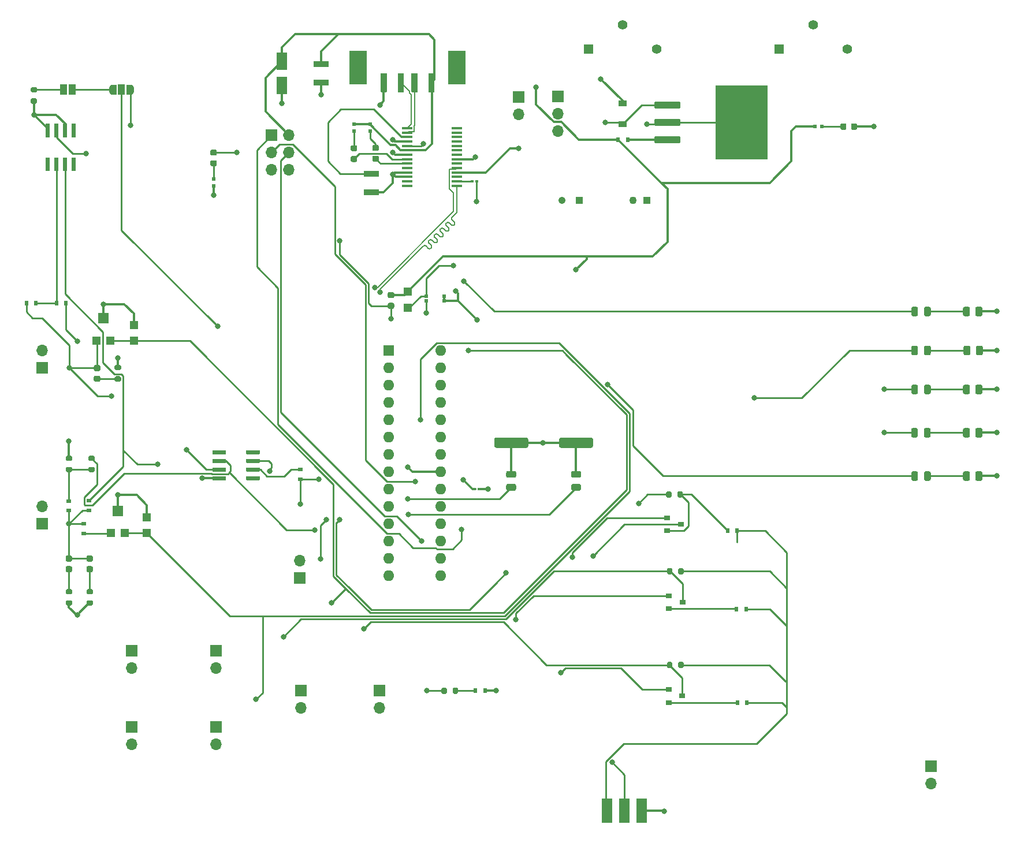
<source format=gtl>
G04 #@! TF.GenerationSoftware,KiCad,Pcbnew,(5.1.12-1-10_14)*
G04 #@! TF.CreationDate,2021-12-30T10:25:41+00:00*
G04 #@! TF.ProjectId,TICAF_v1,54494341-465f-4763-912e-6b696361645f,rev?*
G04 #@! TF.SameCoordinates,Original*
G04 #@! TF.FileFunction,Copper,L1,Top*
G04 #@! TF.FilePolarity,Positive*
%FSLAX46Y46*%
G04 Gerber Fmt 4.6, Leading zero omitted, Abs format (unit mm)*
G04 Created by KiCad (PCBNEW (5.1.12-1-10_14)) date 2021-12-30 10:25:41*
%MOMM*%
%LPD*%
G01*
G04 APERTURE LIST*
G04 #@! TA.AperFunction,SMDPad,CuDef*
%ADD10R,0.600000X0.700000*%
G04 #@! TD*
G04 #@! TA.AperFunction,SMDPad,CuDef*
%ADD11R,0.900000X0.800000*%
G04 #@! TD*
G04 #@! TA.AperFunction,ComponentPad*
%ADD12O,1.700000X1.700000*%
G04 #@! TD*
G04 #@! TA.AperFunction,ComponentPad*
%ADD13R,1.700000X1.700000*%
G04 #@! TD*
G04 #@! TA.AperFunction,SMDPad,CuDef*
%ADD14R,0.550000X0.550000*%
G04 #@! TD*
G04 #@! TA.AperFunction,SMDPad,CuDef*
%ADD15R,1.500000X0.400000*%
G04 #@! TD*
G04 #@! TA.AperFunction,SMDPad,CuDef*
%ADD16R,7.620000X10.840000*%
G04 #@! TD*
G04 #@! TA.AperFunction,ComponentPad*
%ADD17O,1.600000X1.600000*%
G04 #@! TD*
G04 #@! TA.AperFunction,ComponentPad*
%ADD18R,1.600000X1.600000*%
G04 #@! TD*
G04 #@! TA.AperFunction,SMDPad,CuDef*
%ADD19R,1.150000X1.150000*%
G04 #@! TD*
G04 #@! TA.AperFunction,SMDPad,CuDef*
%ADD20R,1.600000X1.500000*%
G04 #@! TD*
G04 #@! TA.AperFunction,SMDPad,CuDef*
%ADD21R,1.200000X1.200000*%
G04 #@! TD*
G04 #@! TA.AperFunction,SMDPad,CuDef*
%ADD22R,0.500000X0.475000*%
G04 #@! TD*
G04 #@! TA.AperFunction,SMDPad,CuDef*
%ADD23R,0.475000X0.500000*%
G04 #@! TD*
G04 #@! TA.AperFunction,SMDPad,CuDef*
%ADD24R,1.000000X1.500000*%
G04 #@! TD*
G04 #@! TA.AperFunction,SMDPad,CuDef*
%ADD25C,0.100000*%
G04 #@! TD*
G04 #@! TA.AperFunction,SMDPad,CuDef*
%ADD26R,1.524000X3.524000*%
G04 #@! TD*
G04 #@! TA.AperFunction,ComponentPad*
%ADD27C,1.408000*%
G04 #@! TD*
G04 #@! TA.AperFunction,ComponentPad*
%ADD28R,1.408000X1.408000*%
G04 #@! TD*
G04 #@! TA.AperFunction,SMDPad,CuDef*
%ADD29R,2.500000X5.000000*%
G04 #@! TD*
G04 #@! TA.AperFunction,SMDPad,CuDef*
%ADD30R,0.700000X0.600000*%
G04 #@! TD*
G04 #@! TA.AperFunction,SMDPad,CuDef*
%ADD31R,1.200000X0.850000*%
G04 #@! TD*
G04 #@! TA.AperFunction,SMDPad,CuDef*
%ADD32R,2.300000X0.900000*%
G04 #@! TD*
G04 #@! TA.AperFunction,SMDPad,CuDef*
%ADD33R,1.600000X2.500000*%
G04 #@! TD*
G04 #@! TA.AperFunction,ComponentPad*
%ADD34C,1.100000*%
G04 #@! TD*
G04 #@! TA.AperFunction,ComponentPad*
%ADD35R,1.100000X1.100000*%
G04 #@! TD*
G04 #@! TA.AperFunction,ComponentPad*
%ADD36C,1.050000*%
G04 #@! TD*
G04 #@! TA.AperFunction,ComponentPad*
%ADD37R,1.050000X1.050000*%
G04 #@! TD*
G04 #@! TA.AperFunction,ViaPad*
%ADD38C,0.800000*%
G04 #@! TD*
G04 #@! TA.AperFunction,Conductor*
%ADD39C,0.350000*%
G04 #@! TD*
G04 #@! TA.AperFunction,Conductor*
%ADD40C,0.250000*%
G04 #@! TD*
G04 #@! TA.AperFunction,Conductor*
%ADD41C,0.200000*%
G04 #@! TD*
G04 APERTURE END LIST*
D10*
X113400000Y-47200000D03*
X114800000Y-47200000D03*
D11*
X122620000Y-103600000D03*
X120620000Y-104550000D03*
X120620000Y-102650000D03*
X122810000Y-128770000D03*
X120810000Y-129720000D03*
X120810000Y-127820000D03*
X122850000Y-115010000D03*
X120850000Y-115960000D03*
X120850000Y-114060000D03*
D12*
X78450000Y-130530000D03*
D13*
X78450000Y-127990000D03*
D12*
X42120000Y-135850000D03*
D13*
X42120000Y-133310000D03*
D12*
X66910000Y-130480000D03*
D13*
X66910000Y-127940000D03*
D12*
X54430000Y-135830000D03*
D13*
X54430000Y-133290000D03*
D12*
X54430000Y-124650000D03*
D13*
X54430000Y-122110000D03*
D12*
X42110000Y-124640000D03*
D13*
X42110000Y-122100000D03*
D12*
X66750000Y-108890000D03*
D13*
X66750000Y-111430000D03*
D14*
X87931000Y-70855500D03*
X87931000Y-70105500D03*
X85281000Y-70855500D03*
X85281000Y-70105500D03*
G04 #@! TA.AperFunction,SMDPad,CuDef*
G36*
G01*
X104734000Y-92098600D02*
X104734000Y-91162400D01*
G75*
G02*
X105020900Y-90875500I286900J0D01*
G01*
X109457100Y-90875500D01*
G75*
G02*
X109744000Y-91162400I0J-286900D01*
G01*
X109744000Y-92098600D01*
G75*
G02*
X109457100Y-92385500I-286900J0D01*
G01*
X105020900Y-92385500D01*
G75*
G02*
X104734000Y-92098600I0J286900D01*
G01*
G37*
G04 #@! TD.AperFunction*
G04 #@! TA.AperFunction,SMDPad,CuDef*
G36*
G01*
X95234000Y-92098600D02*
X95234000Y-91162400D01*
G75*
G02*
X95520900Y-90875500I286900J0D01*
G01*
X99957100Y-90875500D01*
G75*
G02*
X100244000Y-91162400I0J-286900D01*
G01*
X100244000Y-92098600D01*
G75*
G02*
X99957100Y-92385500I-286900J0D01*
G01*
X95520900Y-92385500D01*
G75*
G02*
X95234000Y-92098600I0J286900D01*
G01*
G37*
G04 #@! TD.AperFunction*
G04 #@! TA.AperFunction,SMDPad,CuDef*
G36*
G01*
X58889000Y-93285500D02*
X58889000Y-92769500D01*
G75*
G02*
X58931000Y-92727500I42000J0D01*
G01*
X60817000Y-92727500D01*
G75*
G02*
X60859000Y-92769500I0J-42000D01*
G01*
X60859000Y-93285500D01*
G75*
G02*
X60817000Y-93327500I-42000J0D01*
G01*
X58931000Y-93327500D01*
G75*
G02*
X58889000Y-93285500I0J42000D01*
G01*
G37*
G04 #@! TD.AperFunction*
G04 #@! TA.AperFunction,SMDPad,CuDef*
G36*
G01*
X58889000Y-94555500D02*
X58889000Y-94039500D01*
G75*
G02*
X58931000Y-93997500I42000J0D01*
G01*
X60817000Y-93997500D01*
G75*
G02*
X60859000Y-94039500I0J-42000D01*
G01*
X60859000Y-94555500D01*
G75*
G02*
X60817000Y-94597500I-42000J0D01*
G01*
X58931000Y-94597500D01*
G75*
G02*
X58889000Y-94555500I0J42000D01*
G01*
G37*
G04 #@! TD.AperFunction*
G04 #@! TA.AperFunction,SMDPad,CuDef*
G36*
G01*
X58889000Y-95825500D02*
X58889000Y-95309500D01*
G75*
G02*
X58931000Y-95267500I42000J0D01*
G01*
X60817000Y-95267500D01*
G75*
G02*
X60859000Y-95309500I0J-42000D01*
G01*
X60859000Y-95825500D01*
G75*
G02*
X60817000Y-95867500I-42000J0D01*
G01*
X58931000Y-95867500D01*
G75*
G02*
X58889000Y-95825500I0J42000D01*
G01*
G37*
G04 #@! TD.AperFunction*
G04 #@! TA.AperFunction,SMDPad,CuDef*
G36*
G01*
X58889000Y-97095500D02*
X58889000Y-96579500D01*
G75*
G02*
X58931000Y-96537500I42000J0D01*
G01*
X60817000Y-96537500D01*
G75*
G02*
X60859000Y-96579500I0J-42000D01*
G01*
X60859000Y-97095500D01*
G75*
G02*
X60817000Y-97137500I-42000J0D01*
G01*
X58931000Y-97137500D01*
G75*
G02*
X58889000Y-97095500I0J42000D01*
G01*
G37*
G04 #@! TD.AperFunction*
G04 #@! TA.AperFunction,SMDPad,CuDef*
G36*
G01*
X53949000Y-97095500D02*
X53949000Y-96579500D01*
G75*
G02*
X53991000Y-96537500I42000J0D01*
G01*
X55877000Y-96537500D01*
G75*
G02*
X55919000Y-96579500I0J-42000D01*
G01*
X55919000Y-97095500D01*
G75*
G02*
X55877000Y-97137500I-42000J0D01*
G01*
X53991000Y-97137500D01*
G75*
G02*
X53949000Y-97095500I0J42000D01*
G01*
G37*
G04 #@! TD.AperFunction*
G04 #@! TA.AperFunction,SMDPad,CuDef*
G36*
G01*
X53949000Y-95825500D02*
X53949000Y-95309500D01*
G75*
G02*
X53991000Y-95267500I42000J0D01*
G01*
X55877000Y-95267500D01*
G75*
G02*
X55919000Y-95309500I0J-42000D01*
G01*
X55919000Y-95825500D01*
G75*
G02*
X55877000Y-95867500I-42000J0D01*
G01*
X53991000Y-95867500D01*
G75*
G02*
X53949000Y-95825500I0J42000D01*
G01*
G37*
G04 #@! TD.AperFunction*
G04 #@! TA.AperFunction,SMDPad,CuDef*
G36*
G01*
X53949000Y-94555500D02*
X53949000Y-94039500D01*
G75*
G02*
X53991000Y-93997500I42000J0D01*
G01*
X55877000Y-93997500D01*
G75*
G02*
X55919000Y-94039500I0J-42000D01*
G01*
X55919000Y-94555500D01*
G75*
G02*
X55877000Y-94597500I-42000J0D01*
G01*
X53991000Y-94597500D01*
G75*
G02*
X53949000Y-94555500I0J42000D01*
G01*
G37*
G04 #@! TD.AperFunction*
G04 #@! TA.AperFunction,SMDPad,CuDef*
G36*
G01*
X53949000Y-93285500D02*
X53949000Y-92769500D01*
G75*
G02*
X53991000Y-92727500I42000J0D01*
G01*
X55877000Y-92727500D01*
G75*
G02*
X55919000Y-92769500I0J-42000D01*
G01*
X55919000Y-93285500D01*
G75*
G02*
X55877000Y-93327500I-42000J0D01*
G01*
X53991000Y-93327500D01*
G75*
G02*
X53949000Y-93285500I0J42000D01*
G01*
G37*
G04 #@! TD.AperFunction*
G04 #@! TA.AperFunction,SMDPad,CuDef*
G36*
G01*
X33333500Y-49808500D02*
X33849500Y-49808500D01*
G75*
G02*
X33891500Y-49850500I0J-42000D01*
G01*
X33891500Y-51736500D01*
G75*
G02*
X33849500Y-51778500I-42000J0D01*
G01*
X33333500Y-51778500D01*
G75*
G02*
X33291500Y-51736500I0J42000D01*
G01*
X33291500Y-49850500D01*
G75*
G02*
X33333500Y-49808500I42000J0D01*
G01*
G37*
G04 #@! TD.AperFunction*
G04 #@! TA.AperFunction,SMDPad,CuDef*
G36*
G01*
X32063500Y-49808500D02*
X32579500Y-49808500D01*
G75*
G02*
X32621500Y-49850500I0J-42000D01*
G01*
X32621500Y-51736500D01*
G75*
G02*
X32579500Y-51778500I-42000J0D01*
G01*
X32063500Y-51778500D01*
G75*
G02*
X32021500Y-51736500I0J42000D01*
G01*
X32021500Y-49850500D01*
G75*
G02*
X32063500Y-49808500I42000J0D01*
G01*
G37*
G04 #@! TD.AperFunction*
G04 #@! TA.AperFunction,SMDPad,CuDef*
G36*
G01*
X30793500Y-49808500D02*
X31309500Y-49808500D01*
G75*
G02*
X31351500Y-49850500I0J-42000D01*
G01*
X31351500Y-51736500D01*
G75*
G02*
X31309500Y-51778500I-42000J0D01*
G01*
X30793500Y-51778500D01*
G75*
G02*
X30751500Y-51736500I0J42000D01*
G01*
X30751500Y-49850500D01*
G75*
G02*
X30793500Y-49808500I42000J0D01*
G01*
G37*
G04 #@! TD.AperFunction*
G04 #@! TA.AperFunction,SMDPad,CuDef*
G36*
G01*
X29523500Y-49808500D02*
X30039500Y-49808500D01*
G75*
G02*
X30081500Y-49850500I0J-42000D01*
G01*
X30081500Y-51736500D01*
G75*
G02*
X30039500Y-51778500I-42000J0D01*
G01*
X29523500Y-51778500D01*
G75*
G02*
X29481500Y-51736500I0J42000D01*
G01*
X29481500Y-49850500D01*
G75*
G02*
X29523500Y-49808500I42000J0D01*
G01*
G37*
G04 #@! TD.AperFunction*
G04 #@! TA.AperFunction,SMDPad,CuDef*
G36*
G01*
X29523500Y-44868500D02*
X30039500Y-44868500D01*
G75*
G02*
X30081500Y-44910500I0J-42000D01*
G01*
X30081500Y-46796500D01*
G75*
G02*
X30039500Y-46838500I-42000J0D01*
G01*
X29523500Y-46838500D01*
G75*
G02*
X29481500Y-46796500I0J42000D01*
G01*
X29481500Y-44910500D01*
G75*
G02*
X29523500Y-44868500I42000J0D01*
G01*
G37*
G04 #@! TD.AperFunction*
G04 #@! TA.AperFunction,SMDPad,CuDef*
G36*
G01*
X30793500Y-44868500D02*
X31309500Y-44868500D01*
G75*
G02*
X31351500Y-44910500I0J-42000D01*
G01*
X31351500Y-46796500D01*
G75*
G02*
X31309500Y-46838500I-42000J0D01*
G01*
X30793500Y-46838500D01*
G75*
G02*
X30751500Y-46796500I0J42000D01*
G01*
X30751500Y-44910500D01*
G75*
G02*
X30793500Y-44868500I42000J0D01*
G01*
G37*
G04 #@! TD.AperFunction*
G04 #@! TA.AperFunction,SMDPad,CuDef*
G36*
G01*
X32063500Y-44868500D02*
X32579500Y-44868500D01*
G75*
G02*
X32621500Y-44910500I0J-42000D01*
G01*
X32621500Y-46796500D01*
G75*
G02*
X32579500Y-46838500I-42000J0D01*
G01*
X32063500Y-46838500D01*
G75*
G02*
X32021500Y-46796500I0J42000D01*
G01*
X32021500Y-44910500D01*
G75*
G02*
X32063500Y-44868500I42000J0D01*
G01*
G37*
G04 #@! TD.AperFunction*
G04 #@! TA.AperFunction,SMDPad,CuDef*
G36*
G01*
X33333500Y-44868500D02*
X33849500Y-44868500D01*
G75*
G02*
X33891500Y-44910500I0J-42000D01*
G01*
X33891500Y-46796500D01*
G75*
G02*
X33849500Y-46838500I-42000J0D01*
G01*
X33333500Y-46838500D01*
G75*
G02*
X33291500Y-46796500I0J42000D01*
G01*
X33291500Y-44910500D01*
G75*
G02*
X33333500Y-44868500I42000J0D01*
G01*
G37*
G04 #@! TD.AperFunction*
D15*
X82481000Y-53945500D03*
X82481000Y-53295500D03*
X82481000Y-52645500D03*
X82481000Y-51995500D03*
X82481000Y-51345500D03*
X82481000Y-50695500D03*
X82481000Y-50045500D03*
X82481000Y-49395500D03*
X82481000Y-48745500D03*
X82481000Y-48095500D03*
X82481000Y-47445500D03*
X82481000Y-46795500D03*
X82481000Y-46145500D03*
X82481000Y-45495500D03*
X89731000Y-45495500D03*
X89731000Y-46145500D03*
X89731000Y-46795500D03*
X89731000Y-47445500D03*
X89731000Y-48095500D03*
X89731000Y-48745500D03*
X89731000Y-49395500D03*
X89731000Y-50045500D03*
X89731000Y-50695500D03*
X89731000Y-51345500D03*
X89731000Y-51995500D03*
X89731000Y-52645500D03*
X89731000Y-53295500D03*
X89731000Y-53945500D03*
D16*
X131505400Y-44640500D03*
G04 #@! TA.AperFunction,SMDPad,CuDef*
G36*
G01*
X118730400Y-47556700D02*
X118730400Y-46804300D01*
G75*
G02*
X118849200Y-46685500I118800J0D01*
G01*
X122401600Y-46685500D01*
G75*
G02*
X122520400Y-46804300I0J-118800D01*
G01*
X122520400Y-47556700D01*
G75*
G02*
X122401600Y-47675500I-118800J0D01*
G01*
X118849200Y-47675500D01*
G75*
G02*
X118730400Y-47556700I0J118800D01*
G01*
G37*
G04 #@! TD.AperFunction*
G04 #@! TA.AperFunction,SMDPad,CuDef*
G36*
G01*
X118730400Y-45016700D02*
X118730400Y-44264300D01*
G75*
G02*
X118849200Y-44145500I118800J0D01*
G01*
X122401600Y-44145500D01*
G75*
G02*
X122520400Y-44264300I0J-118800D01*
G01*
X122520400Y-45016700D01*
G75*
G02*
X122401600Y-45135500I-118800J0D01*
G01*
X118849200Y-45135500D01*
G75*
G02*
X118730400Y-45016700I0J118800D01*
G01*
G37*
G04 #@! TD.AperFunction*
G04 #@! TA.AperFunction,SMDPad,CuDef*
G36*
G01*
X118730400Y-42476700D02*
X118730400Y-41724300D01*
G75*
G02*
X118849200Y-41605500I118800J0D01*
G01*
X122401600Y-41605500D01*
G75*
G02*
X122520400Y-41724300I0J-118800D01*
G01*
X122520400Y-42476700D01*
G75*
G02*
X122401600Y-42595500I-118800J0D01*
G01*
X118849200Y-42595500D01*
G75*
G02*
X118730400Y-42476700I0J118800D01*
G01*
G37*
G04 #@! TD.AperFunction*
D17*
X87366000Y-78130500D03*
X79746000Y-111150500D03*
X87366000Y-80670500D03*
X79746000Y-108610500D03*
X87366000Y-83210500D03*
X79746000Y-106070500D03*
X87366000Y-85750500D03*
X79746000Y-103530500D03*
X87366000Y-88290500D03*
X79746000Y-100990500D03*
X87366000Y-90830500D03*
X79746000Y-98450500D03*
X87366000Y-93370500D03*
X79746000Y-95910500D03*
X87366000Y-95910500D03*
X79746000Y-93370500D03*
X87366000Y-98450500D03*
X79746000Y-90830500D03*
X87366000Y-100990500D03*
X79746000Y-88290500D03*
X87366000Y-103530500D03*
X79746000Y-85750500D03*
X87366000Y-106070500D03*
X79746000Y-83210500D03*
X87366000Y-108610500D03*
X79746000Y-80670500D03*
X87366000Y-111150500D03*
D18*
X79746000Y-78130500D03*
D12*
X28956000Y-100965000D03*
D13*
X28956000Y-103505000D03*
G04 #@! TA.AperFunction,SMDPad,CuDef*
G36*
G01*
X27474500Y-41128000D02*
X28024500Y-41128000D01*
G75*
G02*
X28224500Y-41328000I0J-200000D01*
G01*
X28224500Y-41728000D01*
G75*
G02*
X28024500Y-41928000I-200000J0D01*
G01*
X27474500Y-41928000D01*
G75*
G02*
X27274500Y-41728000I0J200000D01*
G01*
X27274500Y-41328000D01*
G75*
G02*
X27474500Y-41128000I200000J0D01*
G01*
G37*
G04 #@! TD.AperFunction*
G04 #@! TA.AperFunction,SMDPad,CuDef*
G36*
G01*
X27474500Y-39478000D02*
X28024500Y-39478000D01*
G75*
G02*
X28224500Y-39678000I0J-200000D01*
G01*
X28224500Y-40078000D01*
G75*
G02*
X28024500Y-40278000I-200000J0D01*
G01*
X27474500Y-40278000D01*
G75*
G02*
X27274500Y-40078000I0J200000D01*
G01*
X27274500Y-39678000D01*
G75*
G02*
X27474500Y-39478000I200000J0D01*
G01*
G37*
G04 #@! TD.AperFunction*
G04 #@! TA.AperFunction,SMDPad,CuDef*
G36*
G01*
X122090000Y-99485000D02*
X122090000Y-98935000D01*
G75*
G02*
X122290000Y-98735000I200000J0D01*
G01*
X122690000Y-98735000D01*
G75*
G02*
X122890000Y-98935000I0J-200000D01*
G01*
X122890000Y-99485000D01*
G75*
G02*
X122690000Y-99685000I-200000J0D01*
G01*
X122290000Y-99685000D01*
G75*
G02*
X122090000Y-99485000I0J200000D01*
G01*
G37*
G04 #@! TD.AperFunction*
G04 #@! TA.AperFunction,SMDPad,CuDef*
G36*
G01*
X120440000Y-99485000D02*
X120440000Y-98935000D01*
G75*
G02*
X120640000Y-98735000I200000J0D01*
G01*
X121040000Y-98735000D01*
G75*
G02*
X121240000Y-98935000I0J-200000D01*
G01*
X121240000Y-99485000D01*
G75*
G02*
X121040000Y-99685000I-200000J0D01*
G01*
X120640000Y-99685000D01*
G75*
G02*
X120440000Y-99485000I0J200000D01*
G01*
G37*
G04 #@! TD.AperFunction*
G04 #@! TA.AperFunction,SMDPad,CuDef*
G36*
G01*
X89140000Y-128265000D02*
X89140000Y-127715000D01*
G75*
G02*
X89340000Y-127515000I200000J0D01*
G01*
X89740000Y-127515000D01*
G75*
G02*
X89940000Y-127715000I0J-200000D01*
G01*
X89940000Y-128265000D01*
G75*
G02*
X89740000Y-128465000I-200000J0D01*
G01*
X89340000Y-128465000D01*
G75*
G02*
X89140000Y-128265000I0J200000D01*
G01*
G37*
G04 #@! TD.AperFunction*
G04 #@! TA.AperFunction,SMDPad,CuDef*
G36*
G01*
X87490000Y-128265000D02*
X87490000Y-127715000D01*
G75*
G02*
X87690000Y-127515000I200000J0D01*
G01*
X88090000Y-127515000D01*
G75*
G02*
X88290000Y-127715000I0J-200000D01*
G01*
X88290000Y-128265000D01*
G75*
G02*
X88090000Y-128465000I-200000J0D01*
G01*
X87690000Y-128465000D01*
G75*
G02*
X87490000Y-128265000I0J200000D01*
G01*
G37*
G04 #@! TD.AperFunction*
G04 #@! TA.AperFunction,SMDPad,CuDef*
G36*
G01*
X122220000Y-110745000D02*
X122220000Y-110195000D01*
G75*
G02*
X122420000Y-109995000I200000J0D01*
G01*
X122820000Y-109995000D01*
G75*
G02*
X123020000Y-110195000I0J-200000D01*
G01*
X123020000Y-110745000D01*
G75*
G02*
X122820000Y-110945000I-200000J0D01*
G01*
X122420000Y-110945000D01*
G75*
G02*
X122220000Y-110745000I0J200000D01*
G01*
G37*
G04 #@! TD.AperFunction*
G04 #@! TA.AperFunction,SMDPad,CuDef*
G36*
G01*
X120570000Y-110745000D02*
X120570000Y-110195000D01*
G75*
G02*
X120770000Y-109995000I200000J0D01*
G01*
X121170000Y-109995000D01*
G75*
G02*
X121370000Y-110195000I0J-200000D01*
G01*
X121370000Y-110745000D01*
G75*
G02*
X121170000Y-110945000I-200000J0D01*
G01*
X120770000Y-110945000D01*
G75*
G02*
X120570000Y-110745000I0J200000D01*
G01*
G37*
G04 #@! TD.AperFunction*
G04 #@! TA.AperFunction,SMDPad,CuDef*
G36*
G01*
X122200000Y-124505000D02*
X122200000Y-123955000D01*
G75*
G02*
X122400000Y-123755000I200000J0D01*
G01*
X122800000Y-123755000D01*
G75*
G02*
X123000000Y-123955000I0J-200000D01*
G01*
X123000000Y-124505000D01*
G75*
G02*
X122800000Y-124705000I-200000J0D01*
G01*
X122400000Y-124705000D01*
G75*
G02*
X122200000Y-124505000I0J200000D01*
G01*
G37*
G04 #@! TD.AperFunction*
G04 #@! TA.AperFunction,SMDPad,CuDef*
G36*
G01*
X120550000Y-124505000D02*
X120550000Y-123955000D01*
G75*
G02*
X120750000Y-123755000I200000J0D01*
G01*
X121150000Y-123755000D01*
G75*
G02*
X121350000Y-123955000I0J-200000D01*
G01*
X121350000Y-124505000D01*
G75*
G02*
X121150000Y-124705000I-200000J0D01*
G01*
X120750000Y-124705000D01*
G75*
G02*
X120550000Y-124505000I0J200000D01*
G01*
G37*
G04 #@! TD.AperFunction*
D19*
X42418000Y-76708000D03*
X42418000Y-74358000D03*
D20*
X37957000Y-73394500D03*
D21*
X38957000Y-76644500D03*
X36957000Y-76644500D03*
G04 #@! TA.AperFunction,SMDPad,CuDef*
G36*
G01*
X40343500Y-81020500D02*
X39793500Y-81020500D01*
G75*
G02*
X39593500Y-80820500I0J200000D01*
G01*
X39593500Y-80420500D01*
G75*
G02*
X39793500Y-80220500I200000J0D01*
G01*
X40343500Y-80220500D01*
G75*
G02*
X40543500Y-80420500I0J-200000D01*
G01*
X40543500Y-80820500D01*
G75*
G02*
X40343500Y-81020500I-200000J0D01*
G01*
G37*
G04 #@! TD.AperFunction*
G04 #@! TA.AperFunction,SMDPad,CuDef*
G36*
G01*
X40343500Y-82670500D02*
X39793500Y-82670500D01*
G75*
G02*
X39593500Y-82470500I0J200000D01*
G01*
X39593500Y-82070500D01*
G75*
G02*
X39793500Y-81870500I200000J0D01*
G01*
X40343500Y-81870500D01*
G75*
G02*
X40543500Y-82070500I0J-200000D01*
G01*
X40543500Y-82470500D01*
G75*
G02*
X40343500Y-82670500I-200000J0D01*
G01*
G37*
G04 #@! TD.AperFunction*
G04 #@! TA.AperFunction,SMDPad,CuDef*
G36*
G01*
X32618000Y-114724500D02*
X33168000Y-114724500D01*
G75*
G02*
X33368000Y-114924500I0J-200000D01*
G01*
X33368000Y-115324500D01*
G75*
G02*
X33168000Y-115524500I-200000J0D01*
G01*
X32618000Y-115524500D01*
G75*
G02*
X32418000Y-115324500I0J200000D01*
G01*
X32418000Y-114924500D01*
G75*
G02*
X32618000Y-114724500I200000J0D01*
G01*
G37*
G04 #@! TD.AperFunction*
G04 #@! TA.AperFunction,SMDPad,CuDef*
G36*
G01*
X32618000Y-113074500D02*
X33168000Y-113074500D01*
G75*
G02*
X33368000Y-113274500I0J-200000D01*
G01*
X33368000Y-113674500D01*
G75*
G02*
X33168000Y-113874500I-200000J0D01*
G01*
X32618000Y-113874500D01*
G75*
G02*
X32418000Y-113674500I0J200000D01*
G01*
X32418000Y-113274500D01*
G75*
G02*
X32618000Y-113074500I200000J0D01*
G01*
G37*
G04 #@! TD.AperFunction*
D19*
X44323000Y-104902000D03*
X44323000Y-102552000D03*
G04 #@! TA.AperFunction,SMDPad,CuDef*
G36*
G01*
X35666000Y-114725500D02*
X36216000Y-114725500D01*
G75*
G02*
X36416000Y-114925500I0J-200000D01*
G01*
X36416000Y-115325500D01*
G75*
G02*
X36216000Y-115525500I-200000J0D01*
G01*
X35666000Y-115525500D01*
G75*
G02*
X35466000Y-115325500I0J200000D01*
G01*
X35466000Y-114925500D01*
G75*
G02*
X35666000Y-114725500I200000J0D01*
G01*
G37*
G04 #@! TD.AperFunction*
G04 #@! TA.AperFunction,SMDPad,CuDef*
G36*
G01*
X35666000Y-113075500D02*
X36216000Y-113075500D01*
G75*
G02*
X36416000Y-113275500I0J-200000D01*
G01*
X36416000Y-113675500D01*
G75*
G02*
X36216000Y-113875500I-200000J0D01*
G01*
X35666000Y-113875500D01*
G75*
G02*
X35466000Y-113675500I0J200000D01*
G01*
X35466000Y-113275500D01*
G75*
G02*
X35666000Y-113075500I200000J0D01*
G01*
G37*
G04 #@! TD.AperFunction*
G04 #@! TA.AperFunction,SMDPad,CuDef*
G36*
G01*
X33168000Y-94317500D02*
X32618000Y-94317500D01*
G75*
G02*
X32418000Y-94117500I0J200000D01*
G01*
X32418000Y-93717500D01*
G75*
G02*
X32618000Y-93517500I200000J0D01*
G01*
X33168000Y-93517500D01*
G75*
G02*
X33368000Y-93717500I0J-200000D01*
G01*
X33368000Y-94117500D01*
G75*
G02*
X33168000Y-94317500I-200000J0D01*
G01*
G37*
G04 #@! TD.AperFunction*
G04 #@! TA.AperFunction,SMDPad,CuDef*
G36*
G01*
X33168000Y-95967500D02*
X32618000Y-95967500D01*
G75*
G02*
X32418000Y-95767500I0J200000D01*
G01*
X32418000Y-95367500D01*
G75*
G02*
X32618000Y-95167500I200000J0D01*
G01*
X33168000Y-95167500D01*
G75*
G02*
X33368000Y-95367500I0J-200000D01*
G01*
X33368000Y-95767500D01*
G75*
G02*
X33168000Y-95967500I-200000J0D01*
G01*
G37*
G04 #@! TD.AperFunction*
G04 #@! TA.AperFunction,SMDPad,CuDef*
G36*
G01*
X36470000Y-94316500D02*
X35920000Y-94316500D01*
G75*
G02*
X35720000Y-94116500I0J200000D01*
G01*
X35720000Y-93716500D01*
G75*
G02*
X35920000Y-93516500I200000J0D01*
G01*
X36470000Y-93516500D01*
G75*
G02*
X36670000Y-93716500I0J-200000D01*
G01*
X36670000Y-94116500D01*
G75*
G02*
X36470000Y-94316500I-200000J0D01*
G01*
G37*
G04 #@! TD.AperFunction*
G04 #@! TA.AperFunction,SMDPad,CuDef*
G36*
G01*
X36470000Y-95966500D02*
X35920000Y-95966500D01*
G75*
G02*
X35720000Y-95766500I0J200000D01*
G01*
X35720000Y-95366500D01*
G75*
G02*
X35920000Y-95166500I200000J0D01*
G01*
X36470000Y-95166500D01*
G75*
G02*
X36670000Y-95366500I0J-200000D01*
G01*
X36670000Y-95766500D01*
G75*
G02*
X36470000Y-95966500I-200000J0D01*
G01*
G37*
G04 #@! TD.AperFunction*
D20*
X40052500Y-101652000D03*
D21*
X41052500Y-104902000D03*
X39052500Y-104902000D03*
G04 #@! TA.AperFunction,SMDPad,CuDef*
G36*
G01*
X164977500Y-96069998D02*
X164977500Y-96970002D01*
G75*
G02*
X164727502Y-97220000I-249998J0D01*
G01*
X164202498Y-97220000D01*
G75*
G02*
X163952500Y-96970002I0J249998D01*
G01*
X163952500Y-96069998D01*
G75*
G02*
X164202498Y-95820000I249998J0D01*
G01*
X164727502Y-95820000D01*
G75*
G02*
X164977500Y-96069998I0J-249998D01*
G01*
G37*
G04 #@! TD.AperFunction*
G04 #@! TA.AperFunction,SMDPad,CuDef*
G36*
G01*
X166802500Y-96069998D02*
X166802500Y-96970002D01*
G75*
G02*
X166552502Y-97220000I-249998J0D01*
G01*
X166027498Y-97220000D01*
G75*
G02*
X165777500Y-96970002I0J249998D01*
G01*
X165777500Y-96069998D01*
G75*
G02*
X166027498Y-95820000I249998J0D01*
G01*
X166552502Y-95820000D01*
G75*
G02*
X166802500Y-96069998I0J-249998D01*
G01*
G37*
G04 #@! TD.AperFunction*
G04 #@! TA.AperFunction,SMDPad,CuDef*
G36*
G01*
X164977500Y-89719998D02*
X164977500Y-90620002D01*
G75*
G02*
X164727502Y-90870000I-249998J0D01*
G01*
X164202498Y-90870000D01*
G75*
G02*
X163952500Y-90620002I0J249998D01*
G01*
X163952500Y-89719998D01*
G75*
G02*
X164202498Y-89470000I249998J0D01*
G01*
X164727502Y-89470000D01*
G75*
G02*
X164977500Y-89719998I0J-249998D01*
G01*
G37*
G04 #@! TD.AperFunction*
G04 #@! TA.AperFunction,SMDPad,CuDef*
G36*
G01*
X166802500Y-89719998D02*
X166802500Y-90620002D01*
G75*
G02*
X166552502Y-90870000I-249998J0D01*
G01*
X166027498Y-90870000D01*
G75*
G02*
X165777500Y-90620002I0J249998D01*
G01*
X165777500Y-89719998D01*
G75*
G02*
X166027498Y-89470000I249998J0D01*
G01*
X166552502Y-89470000D01*
G75*
G02*
X166802500Y-89719998I0J-249998D01*
G01*
G37*
G04 #@! TD.AperFunction*
G04 #@! TA.AperFunction,SMDPad,CuDef*
G36*
G01*
X164977500Y-83369998D02*
X164977500Y-84270002D01*
G75*
G02*
X164727502Y-84520000I-249998J0D01*
G01*
X164202498Y-84520000D01*
G75*
G02*
X163952500Y-84270002I0J249998D01*
G01*
X163952500Y-83369998D01*
G75*
G02*
X164202498Y-83120000I249998J0D01*
G01*
X164727502Y-83120000D01*
G75*
G02*
X164977500Y-83369998I0J-249998D01*
G01*
G37*
G04 #@! TD.AperFunction*
G04 #@! TA.AperFunction,SMDPad,CuDef*
G36*
G01*
X166802500Y-83369998D02*
X166802500Y-84270002D01*
G75*
G02*
X166552502Y-84520000I-249998J0D01*
G01*
X166027498Y-84520000D01*
G75*
G02*
X165777500Y-84270002I0J249998D01*
G01*
X165777500Y-83369998D01*
G75*
G02*
X166027498Y-83120000I249998J0D01*
G01*
X166552502Y-83120000D01*
G75*
G02*
X166802500Y-83369998I0J-249998D01*
G01*
G37*
G04 #@! TD.AperFunction*
G04 #@! TA.AperFunction,SMDPad,CuDef*
G36*
G01*
X165057500Y-77654998D02*
X165057500Y-78555002D01*
G75*
G02*
X164807502Y-78805000I-249998J0D01*
G01*
X164282498Y-78805000D01*
G75*
G02*
X164032500Y-78555002I0J249998D01*
G01*
X164032500Y-77654998D01*
G75*
G02*
X164282498Y-77405000I249998J0D01*
G01*
X164807502Y-77405000D01*
G75*
G02*
X165057500Y-77654998I0J-249998D01*
G01*
G37*
G04 #@! TD.AperFunction*
G04 #@! TA.AperFunction,SMDPad,CuDef*
G36*
G01*
X166882500Y-77654998D02*
X166882500Y-78555002D01*
G75*
G02*
X166632502Y-78805000I-249998J0D01*
G01*
X166107498Y-78805000D01*
G75*
G02*
X165857500Y-78555002I0J249998D01*
G01*
X165857500Y-77654998D01*
G75*
G02*
X166107498Y-77405000I249998J0D01*
G01*
X166632502Y-77405000D01*
G75*
G02*
X166882500Y-77654998I0J-249998D01*
G01*
G37*
G04 #@! TD.AperFunction*
G04 #@! TA.AperFunction,SMDPad,CuDef*
G36*
G01*
X164977500Y-71939998D02*
X164977500Y-72840002D01*
G75*
G02*
X164727502Y-73090000I-249998J0D01*
G01*
X164202498Y-73090000D01*
G75*
G02*
X163952500Y-72840002I0J249998D01*
G01*
X163952500Y-71939998D01*
G75*
G02*
X164202498Y-71690000I249998J0D01*
G01*
X164727502Y-71690000D01*
G75*
G02*
X164977500Y-71939998I0J-249998D01*
G01*
G37*
G04 #@! TD.AperFunction*
G04 #@! TA.AperFunction,SMDPad,CuDef*
G36*
G01*
X166802500Y-71939998D02*
X166802500Y-72840002D01*
G75*
G02*
X166552502Y-73090000I-249998J0D01*
G01*
X166027498Y-73090000D01*
G75*
G02*
X165777500Y-72840002I0J249998D01*
G01*
X165777500Y-71939998D01*
G75*
G02*
X166027498Y-71690000I249998J0D01*
G01*
X166552502Y-71690000D01*
G75*
G02*
X166802500Y-71939998I0J-249998D01*
G01*
G37*
G04 #@! TD.AperFunction*
D22*
X54102000Y-53979000D03*
X54102000Y-52955000D03*
X74676000Y-45910500D03*
X74676000Y-44886500D03*
X77050900Y-44928600D03*
X77050900Y-45952600D03*
D23*
X143256000Y-45275500D03*
X142232000Y-45275500D03*
D19*
X82606000Y-71830500D03*
X82606000Y-69480500D03*
D12*
X159290000Y-141590000D03*
D13*
X159290000Y-139050000D03*
D24*
X40610000Y-39878000D03*
G04 #@! TA.AperFunction,SMDPad,CuDef*
D25*
G36*
X39310000Y-40627398D02*
G01*
X39285466Y-40627398D01*
X39236635Y-40622588D01*
X39188510Y-40613016D01*
X39141555Y-40598772D01*
X39096222Y-40579995D01*
X39052949Y-40556864D01*
X39012150Y-40529604D01*
X38974221Y-40498476D01*
X38939524Y-40463779D01*
X38908396Y-40425850D01*
X38881136Y-40385051D01*
X38858005Y-40341778D01*
X38839228Y-40296445D01*
X38824984Y-40249490D01*
X38815412Y-40201365D01*
X38810602Y-40152534D01*
X38810602Y-40128000D01*
X38810000Y-40128000D01*
X38810000Y-39628000D01*
X38810602Y-39628000D01*
X38810602Y-39603466D01*
X38815412Y-39554635D01*
X38824984Y-39506510D01*
X38839228Y-39459555D01*
X38858005Y-39414222D01*
X38881136Y-39370949D01*
X38908396Y-39330150D01*
X38939524Y-39292221D01*
X38974221Y-39257524D01*
X39012150Y-39226396D01*
X39052949Y-39199136D01*
X39096222Y-39176005D01*
X39141555Y-39157228D01*
X39188510Y-39142984D01*
X39236635Y-39133412D01*
X39285466Y-39128602D01*
X39310000Y-39128602D01*
X39310000Y-39128000D01*
X39860000Y-39128000D01*
X39860000Y-40628000D01*
X39310000Y-40628000D01*
X39310000Y-40627398D01*
G37*
G04 #@! TD.AperFunction*
G04 #@! TA.AperFunction,SMDPad,CuDef*
G36*
X41360000Y-39128000D02*
G01*
X41910000Y-39128000D01*
X41910000Y-39128602D01*
X41934534Y-39128602D01*
X41983365Y-39133412D01*
X42031490Y-39142984D01*
X42078445Y-39157228D01*
X42123778Y-39176005D01*
X42167051Y-39199136D01*
X42207850Y-39226396D01*
X42245779Y-39257524D01*
X42280476Y-39292221D01*
X42311604Y-39330150D01*
X42338864Y-39370949D01*
X42361995Y-39414222D01*
X42380772Y-39459555D01*
X42395016Y-39506510D01*
X42404588Y-39554635D01*
X42409398Y-39603466D01*
X42409398Y-39628000D01*
X42410000Y-39628000D01*
X42410000Y-40128000D01*
X42409398Y-40128000D01*
X42409398Y-40152534D01*
X42404588Y-40201365D01*
X42395016Y-40249490D01*
X42380772Y-40296445D01*
X42361995Y-40341778D01*
X42338864Y-40385051D01*
X42311604Y-40425850D01*
X42280476Y-40463779D01*
X42245779Y-40498476D01*
X42207850Y-40529604D01*
X42167051Y-40556864D01*
X42123778Y-40579995D01*
X42078445Y-40598772D01*
X42031490Y-40613016D01*
X41983365Y-40622588D01*
X41934534Y-40627398D01*
X41910000Y-40627398D01*
X41910000Y-40628000D01*
X41360000Y-40628000D01*
X41360000Y-39128000D01*
G37*
G04 #@! TD.AperFunction*
D24*
X33401000Y-39878000D03*
X32101000Y-39878000D03*
D26*
X116880000Y-145620000D03*
X114340000Y-145620000D03*
X111800000Y-145620000D03*
D27*
X146986000Y-33940500D03*
X141986000Y-30340500D03*
D28*
X136986000Y-33940500D03*
D27*
X119046000Y-33940500D03*
X114046000Y-30340500D03*
D28*
X109046000Y-33940500D03*
D12*
X65151000Y-51625500D03*
X62611000Y-51625500D03*
X65151000Y-49085500D03*
X62611000Y-49085500D03*
X65151000Y-46545500D03*
D13*
X62611000Y-46545500D03*
D12*
X98806000Y-43484800D03*
D13*
X98806000Y-40944800D03*
D29*
X75300000Y-36588500D03*
X89800000Y-36588500D03*
G04 #@! TA.AperFunction,SMDPad,CuDef*
G36*
G01*
X82000000Y-37492500D02*
X82000000Y-40184500D01*
G75*
G02*
X81946000Y-40238500I-54000J0D01*
G01*
X81154000Y-40238500D01*
G75*
G02*
X81100000Y-40184500I0J54000D01*
G01*
X81100000Y-37492500D01*
G75*
G02*
X81154000Y-37438500I54000J0D01*
G01*
X81946000Y-37438500D01*
G75*
G02*
X82000000Y-37492500I0J-54000D01*
G01*
G37*
G04 #@! TD.AperFunction*
G04 #@! TA.AperFunction,SMDPad,CuDef*
G36*
G01*
X86500000Y-37492500D02*
X86500000Y-40184500D01*
G75*
G02*
X86446000Y-40238500I-54000J0D01*
G01*
X85654000Y-40238500D01*
G75*
G02*
X85600000Y-40184500I0J54000D01*
G01*
X85600000Y-37492500D01*
G75*
G02*
X85654000Y-37438500I54000J0D01*
G01*
X86446000Y-37438500D01*
G75*
G02*
X86500000Y-37492500I0J-54000D01*
G01*
G37*
G04 #@! TD.AperFunction*
G04 #@! TA.AperFunction,SMDPad,CuDef*
G36*
G01*
X84000000Y-37492500D02*
X84000000Y-40184500D01*
G75*
G02*
X83946000Y-40238500I-54000J0D01*
G01*
X83154000Y-40238500D01*
G75*
G02*
X83100000Y-40184500I0J54000D01*
G01*
X83100000Y-37492500D01*
G75*
G02*
X83154000Y-37438500I54000J0D01*
G01*
X83946000Y-37438500D01*
G75*
G02*
X84000000Y-37492500I0J-54000D01*
G01*
G37*
G04 #@! TD.AperFunction*
G04 #@! TA.AperFunction,SMDPad,CuDef*
G36*
G01*
X79500000Y-37492500D02*
X79500000Y-40184500D01*
G75*
G02*
X79446000Y-40238500I-54000J0D01*
G01*
X78654000Y-40238500D01*
G75*
G02*
X78600000Y-40184500I0J54000D01*
G01*
X78600000Y-37492500D01*
G75*
G02*
X78654000Y-37438500I54000J0D01*
G01*
X79446000Y-37438500D01*
G75*
G02*
X79500000Y-37492500I0J-54000D01*
G01*
G37*
G04 #@! TD.AperFunction*
D12*
X104584500Y-45910500D03*
X104584500Y-43370500D03*
D13*
X104584500Y-40830500D03*
D10*
X130860000Y-104550000D03*
X129460000Y-104550000D03*
D30*
X66802000Y-96967500D03*
X66802000Y-95567500D03*
D10*
X92500000Y-127990000D03*
X93900000Y-127990000D03*
X132270000Y-129720000D03*
X130870000Y-129720000D03*
X132160000Y-116000000D03*
X130760000Y-116000000D03*
X32451500Y-71185000D03*
X31051500Y-71185000D03*
X26667000Y-71183500D03*
X28067000Y-71183500D03*
D30*
X35814000Y-100139500D03*
X35814000Y-101539500D03*
X35052000Y-104905000D03*
X35052000Y-103505000D03*
X32893000Y-100200000D03*
X32893000Y-101600000D03*
G04 #@! TA.AperFunction,SMDPad,CuDef*
G36*
G01*
X157362500Y-96063750D02*
X157362500Y-96976250D01*
G75*
G02*
X157118750Y-97220000I-243750J0D01*
G01*
X156631250Y-97220000D01*
G75*
G02*
X156387500Y-96976250I0J243750D01*
G01*
X156387500Y-96063750D01*
G75*
G02*
X156631250Y-95820000I243750J0D01*
G01*
X157118750Y-95820000D01*
G75*
G02*
X157362500Y-96063750I0J-243750D01*
G01*
G37*
G04 #@! TD.AperFunction*
G04 #@! TA.AperFunction,SMDPad,CuDef*
G36*
G01*
X159237500Y-96063750D02*
X159237500Y-96976250D01*
G75*
G02*
X158993750Y-97220000I-243750J0D01*
G01*
X158506250Y-97220000D01*
G75*
G02*
X158262500Y-96976250I0J243750D01*
G01*
X158262500Y-96063750D01*
G75*
G02*
X158506250Y-95820000I243750J0D01*
G01*
X158993750Y-95820000D01*
G75*
G02*
X159237500Y-96063750I0J-243750D01*
G01*
G37*
G04 #@! TD.AperFunction*
G04 #@! TA.AperFunction,SMDPad,CuDef*
G36*
G01*
X157332500Y-89713750D02*
X157332500Y-90626250D01*
G75*
G02*
X157088750Y-90870000I-243750J0D01*
G01*
X156601250Y-90870000D01*
G75*
G02*
X156357500Y-90626250I0J243750D01*
G01*
X156357500Y-89713750D01*
G75*
G02*
X156601250Y-89470000I243750J0D01*
G01*
X157088750Y-89470000D01*
G75*
G02*
X157332500Y-89713750I0J-243750D01*
G01*
G37*
G04 #@! TD.AperFunction*
G04 #@! TA.AperFunction,SMDPad,CuDef*
G36*
G01*
X159207500Y-89713750D02*
X159207500Y-90626250D01*
G75*
G02*
X158963750Y-90870000I-243750J0D01*
G01*
X158476250Y-90870000D01*
G75*
G02*
X158232500Y-90626250I0J243750D01*
G01*
X158232500Y-89713750D01*
G75*
G02*
X158476250Y-89470000I243750J0D01*
G01*
X158963750Y-89470000D01*
G75*
G02*
X159207500Y-89713750I0J-243750D01*
G01*
G37*
G04 #@! TD.AperFunction*
G04 #@! TA.AperFunction,SMDPad,CuDef*
G36*
G01*
X157362500Y-83363750D02*
X157362500Y-84276250D01*
G75*
G02*
X157118750Y-84520000I-243750J0D01*
G01*
X156631250Y-84520000D01*
G75*
G02*
X156387500Y-84276250I0J243750D01*
G01*
X156387500Y-83363750D01*
G75*
G02*
X156631250Y-83120000I243750J0D01*
G01*
X157118750Y-83120000D01*
G75*
G02*
X157362500Y-83363750I0J-243750D01*
G01*
G37*
G04 #@! TD.AperFunction*
G04 #@! TA.AperFunction,SMDPad,CuDef*
G36*
G01*
X159237500Y-83363750D02*
X159237500Y-84276250D01*
G75*
G02*
X158993750Y-84520000I-243750J0D01*
G01*
X158506250Y-84520000D01*
G75*
G02*
X158262500Y-84276250I0J243750D01*
G01*
X158262500Y-83363750D01*
G75*
G02*
X158506250Y-83120000I243750J0D01*
G01*
X158993750Y-83120000D01*
G75*
G02*
X159237500Y-83363750I0J-243750D01*
G01*
G37*
G04 #@! TD.AperFunction*
G04 #@! TA.AperFunction,SMDPad,CuDef*
G36*
G01*
X157362500Y-77648750D02*
X157362500Y-78561250D01*
G75*
G02*
X157118750Y-78805000I-243750J0D01*
G01*
X156631250Y-78805000D01*
G75*
G02*
X156387500Y-78561250I0J243750D01*
G01*
X156387500Y-77648750D01*
G75*
G02*
X156631250Y-77405000I243750J0D01*
G01*
X157118750Y-77405000D01*
G75*
G02*
X157362500Y-77648750I0J-243750D01*
G01*
G37*
G04 #@! TD.AperFunction*
G04 #@! TA.AperFunction,SMDPad,CuDef*
G36*
G01*
X159237500Y-77648750D02*
X159237500Y-78561250D01*
G75*
G02*
X158993750Y-78805000I-243750J0D01*
G01*
X158506250Y-78805000D01*
G75*
G02*
X158262500Y-78561250I0J243750D01*
G01*
X158262500Y-77648750D01*
G75*
G02*
X158506250Y-77405000I243750J0D01*
G01*
X158993750Y-77405000D01*
G75*
G02*
X159237500Y-77648750I0J-243750D01*
G01*
G37*
G04 #@! TD.AperFunction*
G04 #@! TA.AperFunction,SMDPad,CuDef*
G36*
G01*
X157362500Y-71933750D02*
X157362500Y-72846250D01*
G75*
G02*
X157118750Y-73090000I-243750J0D01*
G01*
X156631250Y-73090000D01*
G75*
G02*
X156387500Y-72846250I0J243750D01*
G01*
X156387500Y-71933750D01*
G75*
G02*
X156631250Y-71690000I243750J0D01*
G01*
X157118750Y-71690000D01*
G75*
G02*
X157362500Y-71933750I0J-243750D01*
G01*
G37*
G04 #@! TD.AperFunction*
G04 #@! TA.AperFunction,SMDPad,CuDef*
G36*
G01*
X159237500Y-71933750D02*
X159237500Y-72846250D01*
G75*
G02*
X158993750Y-73090000I-243750J0D01*
G01*
X158506250Y-73090000D01*
G75*
G02*
X158262500Y-72846250I0J243750D01*
G01*
X158262500Y-71933750D01*
G75*
G02*
X158506250Y-71690000I243750J0D01*
G01*
X158993750Y-71690000D01*
G75*
G02*
X159237500Y-71933750I0J-243750D01*
G01*
G37*
G04 #@! TD.AperFunction*
G04 #@! TA.AperFunction,SMDPad,CuDef*
G36*
G01*
X54358250Y-49523000D02*
X53845750Y-49523000D01*
G75*
G02*
X53627000Y-49304250I0J218750D01*
G01*
X53627000Y-48866750D01*
G75*
G02*
X53845750Y-48648000I218750J0D01*
G01*
X54358250Y-48648000D01*
G75*
G02*
X54577000Y-48866750I0J-218750D01*
G01*
X54577000Y-49304250D01*
G75*
G02*
X54358250Y-49523000I-218750J0D01*
G01*
G37*
G04 #@! TD.AperFunction*
G04 #@! TA.AperFunction,SMDPad,CuDef*
G36*
G01*
X54358250Y-51098000D02*
X53845750Y-51098000D01*
G75*
G02*
X53627000Y-50879250I0J218750D01*
G01*
X53627000Y-50441750D01*
G75*
G02*
X53845750Y-50223000I218750J0D01*
G01*
X54358250Y-50223000D01*
G75*
G02*
X54577000Y-50441750I0J-218750D01*
G01*
X54577000Y-50879250D01*
G75*
G02*
X54358250Y-51098000I-218750J0D01*
G01*
G37*
G04 #@! TD.AperFunction*
G04 #@! TA.AperFunction,SMDPad,CuDef*
G36*
G01*
X80362250Y-70418000D02*
X79849750Y-70418000D01*
G75*
G02*
X79631000Y-70199250I0J218750D01*
G01*
X79631000Y-69761750D01*
G75*
G02*
X79849750Y-69543000I218750J0D01*
G01*
X80362250Y-69543000D01*
G75*
G02*
X80581000Y-69761750I0J-218750D01*
G01*
X80581000Y-70199250D01*
G75*
G02*
X80362250Y-70418000I-218750J0D01*
G01*
G37*
G04 #@! TD.AperFunction*
G04 #@! TA.AperFunction,SMDPad,CuDef*
G36*
G01*
X80362250Y-71993000D02*
X79849750Y-71993000D01*
G75*
G02*
X79631000Y-71774250I0J218750D01*
G01*
X79631000Y-71336750D01*
G75*
G02*
X79849750Y-71118000I218750J0D01*
G01*
X80362250Y-71118000D01*
G75*
G02*
X80581000Y-71336750I0J-218750D01*
G01*
X80581000Y-71774250D01*
G75*
G02*
X80362250Y-71993000I-218750J0D01*
G01*
G37*
G04 #@! TD.AperFunction*
G04 #@! TA.AperFunction,SMDPad,CuDef*
G36*
G01*
X74932250Y-48888000D02*
X74419750Y-48888000D01*
G75*
G02*
X74201000Y-48669250I0J218750D01*
G01*
X74201000Y-48231750D01*
G75*
G02*
X74419750Y-48013000I218750J0D01*
G01*
X74932250Y-48013000D01*
G75*
G02*
X75151000Y-48231750I0J-218750D01*
G01*
X75151000Y-48669250D01*
G75*
G02*
X74932250Y-48888000I-218750J0D01*
G01*
G37*
G04 #@! TD.AperFunction*
G04 #@! TA.AperFunction,SMDPad,CuDef*
G36*
G01*
X74932250Y-50463000D02*
X74419750Y-50463000D01*
G75*
G02*
X74201000Y-50244250I0J218750D01*
G01*
X74201000Y-49806750D01*
G75*
G02*
X74419750Y-49588000I218750J0D01*
G01*
X74932250Y-49588000D01*
G75*
G02*
X75151000Y-49806750I0J-218750D01*
G01*
X75151000Y-50244250D01*
G75*
G02*
X74932250Y-50463000I-218750J0D01*
G01*
G37*
G04 #@! TD.AperFunction*
G04 #@! TA.AperFunction,SMDPad,CuDef*
G36*
G01*
X78107250Y-48837100D02*
X77594750Y-48837100D01*
G75*
G02*
X77376000Y-48618350I0J218750D01*
G01*
X77376000Y-48180850D01*
G75*
G02*
X77594750Y-47962100I218750J0D01*
G01*
X78107250Y-47962100D01*
G75*
G02*
X78326000Y-48180850I0J-218750D01*
G01*
X78326000Y-48618350D01*
G75*
G02*
X78107250Y-48837100I-218750J0D01*
G01*
G37*
G04 #@! TD.AperFunction*
G04 #@! TA.AperFunction,SMDPad,CuDef*
G36*
G01*
X78107250Y-50412100D02*
X77594750Y-50412100D01*
G75*
G02*
X77376000Y-50193350I0J218750D01*
G01*
X77376000Y-49755850D01*
G75*
G02*
X77594750Y-49537100I218750J0D01*
G01*
X78107250Y-49537100D01*
G75*
G02*
X78326000Y-49755850I0J-218750D01*
G01*
X78326000Y-50193350D01*
G75*
G02*
X78107250Y-50412100I-218750J0D01*
G01*
G37*
G04 #@! TD.AperFunction*
G04 #@! TA.AperFunction,SMDPad,CuDef*
G36*
G01*
X146868500Y-45019250D02*
X146868500Y-45531750D01*
G75*
G02*
X146649750Y-45750500I-218750J0D01*
G01*
X146212250Y-45750500D01*
G75*
G02*
X145993500Y-45531750I0J218750D01*
G01*
X145993500Y-45019250D01*
G75*
G02*
X146212250Y-44800500I218750J0D01*
G01*
X146649750Y-44800500D01*
G75*
G02*
X146868500Y-45019250I0J-218750D01*
G01*
G37*
G04 #@! TD.AperFunction*
G04 #@! TA.AperFunction,SMDPad,CuDef*
G36*
G01*
X148443500Y-45019250D02*
X148443500Y-45531750D01*
G75*
G02*
X148224750Y-45750500I-218750J0D01*
G01*
X147787250Y-45750500D01*
G75*
G02*
X147568500Y-45531750I0J218750D01*
G01*
X147568500Y-45019250D01*
G75*
G02*
X147787250Y-44800500I218750J0D01*
G01*
X148224750Y-44800500D01*
G75*
G02*
X148443500Y-45019250I0J-218750D01*
G01*
G37*
G04 #@! TD.AperFunction*
D31*
X114046000Y-44895500D03*
X114046000Y-41845500D03*
G04 #@! TA.AperFunction,SMDPad,CuDef*
G36*
G01*
X36776000Y-81790500D02*
X37276000Y-81790500D01*
G75*
G02*
X37501000Y-82015500I0J-225000D01*
G01*
X37501000Y-82465500D01*
G75*
G02*
X37276000Y-82690500I-225000J0D01*
G01*
X36776000Y-82690500D01*
G75*
G02*
X36551000Y-82465500I0J225000D01*
G01*
X36551000Y-82015500D01*
G75*
G02*
X36776000Y-81790500I225000J0D01*
G01*
G37*
G04 #@! TD.AperFunction*
G04 #@! TA.AperFunction,SMDPad,CuDef*
G36*
G01*
X36776000Y-80240500D02*
X37276000Y-80240500D01*
G75*
G02*
X37501000Y-80465500I0J-225000D01*
G01*
X37501000Y-80915500D01*
G75*
G02*
X37276000Y-81140500I-225000J0D01*
G01*
X36776000Y-81140500D01*
G75*
G02*
X36551000Y-80915500I0J225000D01*
G01*
X36551000Y-80465500D01*
G75*
G02*
X36776000Y-80240500I225000J0D01*
G01*
G37*
G04 #@! TD.AperFunction*
G04 #@! TA.AperFunction,SMDPad,CuDef*
G36*
G01*
X32643000Y-109722500D02*
X33143000Y-109722500D01*
G75*
G02*
X33368000Y-109947500I0J-225000D01*
G01*
X33368000Y-110397500D01*
G75*
G02*
X33143000Y-110622500I-225000J0D01*
G01*
X32643000Y-110622500D01*
G75*
G02*
X32418000Y-110397500I0J225000D01*
G01*
X32418000Y-109947500D01*
G75*
G02*
X32643000Y-109722500I225000J0D01*
G01*
G37*
G04 #@! TD.AperFunction*
G04 #@! TA.AperFunction,SMDPad,CuDef*
G36*
G01*
X32643000Y-108172500D02*
X33143000Y-108172500D01*
G75*
G02*
X33368000Y-108397500I0J-225000D01*
G01*
X33368000Y-108847500D01*
G75*
G02*
X33143000Y-109072500I-225000J0D01*
G01*
X32643000Y-109072500D01*
G75*
G02*
X32418000Y-108847500I0J225000D01*
G01*
X32418000Y-108397500D01*
G75*
G02*
X32643000Y-108172500I225000J0D01*
G01*
G37*
G04 #@! TD.AperFunction*
G04 #@! TA.AperFunction,SMDPad,CuDef*
G36*
G01*
X35691000Y-109722500D02*
X36191000Y-109722500D01*
G75*
G02*
X36416000Y-109947500I0J-225000D01*
G01*
X36416000Y-110397500D01*
G75*
G02*
X36191000Y-110622500I-225000J0D01*
G01*
X35691000Y-110622500D01*
G75*
G02*
X35466000Y-110397500I0J225000D01*
G01*
X35466000Y-109947500D01*
G75*
G02*
X35691000Y-109722500I225000J0D01*
G01*
G37*
G04 #@! TD.AperFunction*
G04 #@! TA.AperFunction,SMDPad,CuDef*
G36*
G01*
X35691000Y-108172500D02*
X36191000Y-108172500D01*
G75*
G02*
X36416000Y-108397500I0J-225000D01*
G01*
X36416000Y-108847500D01*
G75*
G02*
X36191000Y-109072500I-225000J0D01*
G01*
X35691000Y-109072500D01*
G75*
G02*
X35466000Y-108847500I0J225000D01*
G01*
X35466000Y-108397500D01*
G75*
G02*
X35691000Y-108172500I225000J0D01*
G01*
G37*
G04 #@! TD.AperFunction*
G04 #@! TA.AperFunction,SMDPad,CuDef*
G36*
G01*
X92256000Y-53190500D02*
X92256000Y-53390500D01*
G75*
G02*
X92156000Y-53490500I-100000J0D01*
G01*
X91896000Y-53490500D01*
G75*
G02*
X91796000Y-53390500I0J100000D01*
G01*
X91796000Y-53190500D01*
G75*
G02*
X91896000Y-53090500I100000J0D01*
G01*
X92156000Y-53090500D01*
G75*
G02*
X92256000Y-53190500I0J-100000D01*
G01*
G37*
G04 #@! TD.AperFunction*
G04 #@! TA.AperFunction,SMDPad,CuDef*
G36*
G01*
X92896000Y-53190500D02*
X92896000Y-53390500D01*
G75*
G02*
X92796000Y-53490500I-100000J0D01*
G01*
X92536000Y-53490500D01*
G75*
G02*
X92436000Y-53390500I0J100000D01*
G01*
X92436000Y-53190500D01*
G75*
G02*
X92536000Y-53090500I100000J0D01*
G01*
X92796000Y-53090500D01*
G75*
G02*
X92896000Y-53190500I0J-100000D01*
G01*
G37*
G04 #@! TD.AperFunction*
G04 #@! TA.AperFunction,SMDPad,CuDef*
G36*
G01*
X92802500Y-98525000D02*
X92802500Y-98325000D01*
G75*
G02*
X92902500Y-98225000I100000J0D01*
G01*
X93162500Y-98225000D01*
G75*
G02*
X93262500Y-98325000I0J-100000D01*
G01*
X93262500Y-98525000D01*
G75*
G02*
X93162500Y-98625000I-100000J0D01*
G01*
X92902500Y-98625000D01*
G75*
G02*
X92802500Y-98525000I0J100000D01*
G01*
G37*
G04 #@! TD.AperFunction*
G04 #@! TA.AperFunction,SMDPad,CuDef*
G36*
G01*
X92162500Y-98525000D02*
X92162500Y-98325000D01*
G75*
G02*
X92262500Y-98225000I100000J0D01*
G01*
X92522500Y-98225000D01*
G75*
G02*
X92622500Y-98325000I0J-100000D01*
G01*
X92622500Y-98525000D01*
G75*
G02*
X92522500Y-98625000I-100000J0D01*
G01*
X92262500Y-98625000D01*
G75*
G02*
X92162500Y-98525000I0J100000D01*
G01*
G37*
G04 #@! TD.AperFunction*
D32*
X77203300Y-54880500D03*
X77203300Y-52180500D03*
D33*
X64135000Y-39215000D03*
X64135000Y-35715000D03*
D32*
X69850000Y-38815000D03*
X69850000Y-36115000D03*
G04 #@! TA.AperFunction,SMDPad,CuDef*
G36*
G01*
X107726500Y-96771000D02*
X106776500Y-96771000D01*
G75*
G02*
X106526500Y-96521000I0J250000D01*
G01*
X106526500Y-96021000D01*
G75*
G02*
X106776500Y-95771000I250000J0D01*
G01*
X107726500Y-95771000D01*
G75*
G02*
X107976500Y-96021000I0J-250000D01*
G01*
X107976500Y-96521000D01*
G75*
G02*
X107726500Y-96771000I-250000J0D01*
G01*
G37*
G04 #@! TD.AperFunction*
G04 #@! TA.AperFunction,SMDPad,CuDef*
G36*
G01*
X107726500Y-98671000D02*
X106776500Y-98671000D01*
G75*
G02*
X106526500Y-98421000I0J250000D01*
G01*
X106526500Y-97921000D01*
G75*
G02*
X106776500Y-97671000I250000J0D01*
G01*
X107726500Y-97671000D01*
G75*
G02*
X107976500Y-97921000I0J-250000D01*
G01*
X107976500Y-98421000D01*
G75*
G02*
X107726500Y-98671000I-250000J0D01*
G01*
G37*
G04 #@! TD.AperFunction*
G04 #@! TA.AperFunction,SMDPad,CuDef*
G36*
G01*
X98201500Y-96771000D02*
X97251500Y-96771000D01*
G75*
G02*
X97001500Y-96521000I0J250000D01*
G01*
X97001500Y-96021000D01*
G75*
G02*
X97251500Y-95771000I250000J0D01*
G01*
X98201500Y-95771000D01*
G75*
G02*
X98451500Y-96021000I0J-250000D01*
G01*
X98451500Y-96521000D01*
G75*
G02*
X98201500Y-96771000I-250000J0D01*
G01*
G37*
G04 #@! TD.AperFunction*
G04 #@! TA.AperFunction,SMDPad,CuDef*
G36*
G01*
X98201500Y-98671000D02*
X97251500Y-98671000D01*
G75*
G02*
X97001500Y-98421000I0J250000D01*
G01*
X97001500Y-97921000D01*
G75*
G02*
X97251500Y-97671000I250000J0D01*
G01*
X98201500Y-97671000D01*
G75*
G02*
X98451500Y-97921000I0J-250000D01*
G01*
X98451500Y-98421000D01*
G75*
G02*
X98201500Y-98671000I-250000J0D01*
G01*
G37*
G04 #@! TD.AperFunction*
D34*
X115586000Y-56070500D03*
D35*
X117586000Y-56070500D03*
D36*
X105176000Y-56070500D03*
D37*
X107676000Y-56070500D03*
D12*
X28956000Y-78105000D03*
D13*
X28956000Y-80645000D03*
D38*
X78486000Y-42100500D03*
X80391000Y-47180500D03*
X80391000Y-49085500D03*
X80391000Y-52260500D03*
X92456000Y-49720500D03*
X150876000Y-45275500D03*
X54102000Y-55372000D03*
X94297500Y-98425000D03*
X102362000Y-91630500D03*
X40068500Y-79184500D03*
X37973000Y-71310500D03*
X40068500Y-99314000D03*
X34099500Y-116903500D03*
X32893000Y-91376500D03*
X27749500Y-43561000D03*
X52387500Y-96837500D03*
X168910000Y-72390000D03*
X168910000Y-78105000D03*
X168910000Y-83820000D03*
X168910000Y-90170000D03*
X168910000Y-96520000D03*
X64135000Y-41910000D03*
X69850000Y-40640000D03*
X95480000Y-128000000D03*
X120190000Y-145660000D03*
X92710000Y-73660000D03*
X82550000Y-95250000D03*
X89600000Y-69400000D03*
X32966000Y-80660500D03*
X39116000Y-84772500D03*
X62293500Y-95821500D03*
X76170000Y-118930000D03*
X111506000Y-44640500D03*
X117586000Y-44910500D03*
X82570001Y-99865499D03*
X82684501Y-102115501D03*
X101401001Y-39505499D03*
X107188000Y-66294000D03*
X90735501Y-97085501D03*
X89217500Y-65659000D03*
X92646500Y-56261000D03*
X110871000Y-38290500D03*
X84836000Y-47815500D03*
X72606000Y-61980500D03*
X85281000Y-72595500D03*
X80106000Y-73438500D03*
X57467500Y-49085500D03*
X83700999Y-97325499D03*
X90805000Y-67945000D03*
X41910000Y-45085000D03*
X133350000Y-85090000D03*
X152400000Y-83820000D03*
X152400000Y-90170000D03*
X111860608Y-83084392D03*
X64330000Y-120100000D03*
X45890000Y-94820000D03*
X34163000Y-76771500D03*
X50165000Y-92710000D03*
X66802000Y-100647500D03*
X109726716Y-108226716D03*
X96990000Y-110710000D03*
X72560000Y-102940000D03*
X69550000Y-96980000D03*
X98806000Y-48450500D03*
X84607500Y-106070500D03*
X90424000Y-104330500D03*
X54673500Y-74549000D03*
X98430000Y-117580000D03*
X105020000Y-125310000D03*
X106720000Y-108390000D03*
X84455000Y-88265000D03*
X60310000Y-129280000D03*
X68970000Y-104400000D03*
X91440000Y-78105000D03*
X71420000Y-115140000D03*
X35433000Y-49276000D03*
X77733768Y-68843768D03*
X78476232Y-69586232D03*
X116419063Y-100509063D03*
X70650000Y-102900000D03*
X69750000Y-108660000D03*
X32893000Y-103505000D03*
X112540000Y-138500000D03*
X85340000Y-128010000D03*
D39*
X79050000Y-38838500D02*
X79050000Y-41536500D01*
X79050000Y-41536500D02*
X78486000Y-42100500D01*
X78486000Y-42100500D02*
X78486000Y-42100500D01*
X82481000Y-47445500D02*
X80656000Y-47445500D01*
X80656000Y-47445500D02*
X80391000Y-47180500D01*
X80391000Y-47180500D02*
X80391000Y-47180500D01*
X82481000Y-49395500D02*
X80701000Y-49395500D01*
X80701000Y-49395500D02*
X80391000Y-49085500D01*
X80391000Y-49085500D02*
X80391000Y-49085500D01*
X82481000Y-51995500D02*
X80656000Y-51995500D01*
X80656000Y-51995500D02*
X80391000Y-52260500D01*
X80776000Y-52645500D02*
X82481000Y-52645500D01*
X80391000Y-52260500D02*
X80776000Y-52645500D01*
X80391000Y-52260500D02*
X80391000Y-52260500D01*
X77203300Y-54880500D02*
X79041000Y-54880500D01*
X80391000Y-53530500D02*
X80391000Y-52260500D01*
X79041000Y-54880500D02*
X80391000Y-53530500D01*
X89731000Y-50045500D02*
X92131000Y-50045500D01*
X92131000Y-50045500D02*
X92456000Y-49720500D01*
X92456000Y-49720500D02*
X92456000Y-49720500D01*
X92456000Y-49720500D02*
X92456000Y-49720500D01*
X148006000Y-45275500D02*
X150876000Y-45275500D01*
X150876000Y-45275500D02*
X150876000Y-45275500D01*
X54102000Y-53979000D02*
X54102000Y-55372000D01*
X54102000Y-55372000D02*
X54102000Y-55372000D01*
X93032500Y-98425000D02*
X94297500Y-98425000D01*
X97726500Y-91643000D02*
X97739000Y-91630500D01*
X97726500Y-96271000D02*
X97726500Y-91643000D01*
X107251500Y-91643000D02*
X107239000Y-91630500D01*
X107239000Y-91630500D02*
X102362000Y-91630500D01*
X97739000Y-91630500D02*
X98234500Y-91630500D01*
X98234500Y-91630500D02*
X102362000Y-91630500D01*
X107239000Y-96258500D02*
X107251500Y-96271000D01*
X107239000Y-91630500D02*
X107239000Y-96258500D01*
X40068500Y-80620500D02*
X40068500Y-79184500D01*
X37957000Y-71326500D02*
X37973000Y-71310500D01*
X37957000Y-73394500D02*
X37957000Y-71326500D01*
X42418000Y-74358000D02*
X42418000Y-72707500D01*
X41021000Y-71310500D02*
X37973000Y-71310500D01*
X42418000Y-72707500D02*
X41021000Y-71310500D01*
X40052500Y-99330000D02*
X40068500Y-99314000D01*
X40052500Y-101652000D02*
X40052500Y-99330000D01*
X44323000Y-102552000D02*
X44323000Y-100774500D01*
X42862500Y-99314000D02*
X40068500Y-99314000D01*
X44323000Y-100774500D02*
X42862500Y-99314000D01*
X32893000Y-115124500D02*
X32893000Y-115760500D01*
X32893000Y-115760500D02*
X34036000Y-116903500D01*
X35814000Y-115125500D02*
X35941000Y-115125500D01*
X34036000Y-116903500D02*
X34099500Y-116903500D01*
X34099500Y-116903500D02*
X35814000Y-115125500D01*
X32893000Y-93917500D02*
X32893000Y-91376500D01*
X27749500Y-41528000D02*
X27749500Y-43561000D01*
X29781500Y-45593000D02*
X27749500Y-43561000D01*
X29781500Y-45853500D02*
X29781500Y-45593000D01*
X31014000Y-43561000D02*
X27749500Y-43561000D01*
X32321500Y-44868500D02*
X31014000Y-43561000D01*
X32321500Y-45853500D02*
X32321500Y-44868500D01*
X54934000Y-96837500D02*
X52387500Y-96837500D01*
X166290000Y-72390000D02*
X168910000Y-72390000D01*
X166370000Y-78105000D02*
X168910000Y-78105000D01*
X166290000Y-83820000D02*
X168910000Y-83820000D01*
X166290000Y-90170000D02*
X168910000Y-90170000D01*
X166290000Y-96520000D02*
X168910000Y-96520000D01*
X64135000Y-39215000D02*
X64135000Y-41910000D01*
X69850000Y-38815000D02*
X69850000Y-40640000D01*
X95470000Y-127990000D02*
X95480000Y-128000000D01*
X93900000Y-127990000D02*
X95470000Y-127990000D01*
X120150000Y-145620000D02*
X120190000Y-145660000D01*
X116880000Y-145620000D02*
X120150000Y-145620000D01*
X87931000Y-70105500D02*
X87931000Y-70855500D01*
X87931000Y-70855500D02*
X89905500Y-70855500D01*
X89905500Y-70855500D02*
X92710000Y-73660000D01*
X83210500Y-95910500D02*
X82550000Y-95250000D01*
X87366000Y-95910500D02*
X83210500Y-95910500D01*
X89905500Y-69705500D02*
X89600000Y-69400000D01*
X89905500Y-70855500D02*
X89905500Y-69705500D01*
D40*
X36996000Y-80660500D02*
X37026000Y-80690500D01*
X32966000Y-80660500D02*
X36996000Y-80660500D01*
X37026000Y-76713500D02*
X36957000Y-76644500D01*
X37026000Y-80690500D02*
X37026000Y-76713500D01*
X26667000Y-72450500D02*
X26667000Y-71183500D01*
X27559000Y-73342500D02*
X26667000Y-72450500D01*
X28956000Y-73342500D02*
X27559000Y-73342500D01*
X32966000Y-77352500D02*
X28956000Y-73342500D01*
X32966000Y-80660500D02*
X32966000Y-77352500D01*
X32966000Y-80660500D02*
X37078000Y-84772500D01*
X37078000Y-84772500D02*
X39116000Y-84772500D01*
X62293500Y-95821500D02*
X62293500Y-95567500D01*
X62293500Y-95567500D02*
X62547500Y-95313500D01*
X62547500Y-95313500D02*
X62547500Y-94678500D01*
X62166500Y-94297500D02*
X59874000Y-94297500D01*
X62547500Y-94678500D02*
X62166500Y-94297500D01*
X122810000Y-126090000D02*
X120950000Y-124230000D01*
X122810000Y-128770000D02*
X122810000Y-126090000D01*
X120950000Y-124230000D02*
X102893972Y-124230000D01*
X102893972Y-124230000D02*
X96600000Y-117936028D01*
X77163972Y-117936028D02*
X76170000Y-118930000D01*
X96600000Y-117936028D02*
X77163972Y-117936028D01*
X113791000Y-44640500D02*
X114046000Y-44895500D01*
X111506000Y-44640500D02*
X113791000Y-44640500D01*
X120625400Y-42100500D02*
X116841000Y-42100500D01*
X116841000Y-42100500D02*
X114046000Y-44895500D01*
X120625400Y-44640500D02*
X131505400Y-44640500D01*
X120355400Y-44910500D02*
X120625400Y-44640500D01*
X117586000Y-44910500D02*
X120355400Y-44910500D01*
X96032001Y-99865499D02*
X82570001Y-99865499D01*
X97726500Y-98171000D02*
X96032001Y-99865499D01*
X103306999Y-102115501D02*
X82684501Y-102115501D01*
X107251500Y-98171000D02*
X103306999Y-102115501D01*
D39*
X101401001Y-39505499D02*
X101401001Y-39505499D01*
X86106000Y-38894500D02*
X86050000Y-38838500D01*
X86106000Y-42100500D02*
X86106000Y-38894500D01*
X77675901Y-45553601D02*
X77050900Y-44928600D01*
X77675901Y-45612403D02*
X77675901Y-45553601D01*
X80756008Y-47995510D02*
X80059008Y-47995510D01*
X80059008Y-47995510D02*
X77675901Y-45612403D01*
X81505998Y-48745500D02*
X80756008Y-47995510D01*
X82481000Y-48745500D02*
X81505998Y-48745500D01*
X74718100Y-44928600D02*
X74676000Y-44886500D01*
X77050900Y-44928600D02*
X74718100Y-44928600D01*
X85176000Y-48745500D02*
X82481000Y-48745500D01*
X86106000Y-47815500D02*
X85176000Y-48745500D01*
X86106000Y-42100500D02*
X86106000Y-47815500D01*
X105082503Y-44595501D02*
X103996499Y-44595501D01*
X107667502Y-47180500D02*
X105082503Y-44595501D01*
X101401001Y-42000003D02*
X101401001Y-39505499D01*
X103996499Y-44595501D02*
X101401001Y-42000003D01*
X139446000Y-45275500D02*
X142232000Y-45275500D01*
X138811000Y-45910500D02*
X139446000Y-45275500D01*
X138811000Y-50355500D02*
X138811000Y-45910500D01*
X135636000Y-53530500D02*
X138811000Y-50355500D01*
X124841000Y-53530500D02*
X135636000Y-53530500D01*
X82106000Y-69980500D02*
X82606000Y-69480500D01*
X80106000Y-69980500D02*
X82106000Y-69980500D01*
X118491000Y-64325500D02*
X120625400Y-62191100D01*
X82606000Y-69480500D02*
X87761000Y-64325500D01*
X107188000Y-66294000D02*
X108775500Y-64706500D01*
X108775500Y-64325500D02*
X118491000Y-64325500D01*
X108775500Y-64706500D02*
X108775500Y-64325500D01*
X87761000Y-64325500D02*
X108775500Y-64325500D01*
X69850000Y-34290000D02*
X69850000Y-36115000D01*
X72390000Y-31750000D02*
X69850000Y-34290000D01*
X64135000Y-33655000D02*
X64135000Y-35715000D01*
X66040000Y-31750000D02*
X64135000Y-33655000D01*
X72390000Y-31750000D02*
X66040000Y-31750000D01*
X86500000Y-38388500D02*
X86050000Y-38838500D01*
X86500000Y-32525000D02*
X86500000Y-38388500D01*
X85725000Y-31750000D02*
X86500000Y-32525000D01*
X72390000Y-31750000D02*
X85725000Y-31750000D01*
X92075000Y-98425000D02*
X90735501Y-97085501D01*
X92392500Y-98425000D02*
X92075000Y-98425000D01*
X64135000Y-35715000D02*
X61700000Y-38150000D01*
X61700000Y-43094500D02*
X65151000Y-46545500D01*
X61700000Y-38150000D02*
X61700000Y-43094500D01*
X124841000Y-53530500D02*
X124841000Y-53559000D01*
X113380500Y-47180500D02*
X113400000Y-47200000D01*
X107667502Y-47180500D02*
X113380500Y-47180500D01*
X119730500Y-53530500D02*
X113400000Y-47200000D01*
X124841000Y-53530500D02*
X119730500Y-53530500D01*
X120625400Y-54425400D02*
X119730500Y-53530500D01*
X120625400Y-62191100D02*
X120625400Y-54425400D01*
D40*
X77203300Y-52180500D02*
X72691000Y-52180500D01*
X72691000Y-52180500D02*
X70866000Y-50355500D01*
X70866000Y-50355500D02*
X70866000Y-44640500D01*
X70866000Y-44640500D02*
X72771000Y-42735500D01*
X81595998Y-46795500D02*
X82481000Y-46795500D01*
X77535998Y-42735500D02*
X81595998Y-46795500D01*
X72771000Y-42735500D02*
X77535998Y-42735500D01*
X89736000Y-53290500D02*
X89731000Y-53295500D01*
X92026000Y-53290500D02*
X89736000Y-53290500D01*
X82606000Y-71830500D02*
X82606000Y-71980500D01*
X84481000Y-70105500D02*
X85281000Y-70105500D01*
X82606000Y-71980500D02*
X84481000Y-70105500D01*
X85281000Y-70105500D02*
X85281000Y-67512620D01*
X85281000Y-67512620D02*
X87134620Y-65659000D01*
X87134620Y-65659000D02*
X89217500Y-65659000D01*
X89217500Y-65659000D02*
X89217500Y-65659000D01*
X92646500Y-53310000D02*
X92666000Y-53290500D01*
X92646500Y-56261000D02*
X92646500Y-53310000D01*
X35941000Y-110172500D02*
X35941000Y-113475500D01*
X32893000Y-110172500D02*
X32893000Y-113474500D01*
X40038500Y-82240500D02*
X40068500Y-82270500D01*
X37026000Y-82240500D02*
X40038500Y-82240500D01*
D39*
X114046000Y-41465500D02*
X114046000Y-41845500D01*
X110871000Y-38290500D02*
X114046000Y-41465500D01*
D40*
X143256000Y-45275500D02*
X146431000Y-45275500D01*
X77851000Y-48399600D02*
X77851000Y-47815500D01*
X77050900Y-47015400D02*
X77050900Y-45952600D01*
X77851000Y-47815500D02*
X77050900Y-47015400D01*
X78571900Y-50695500D02*
X82481000Y-50695500D01*
X77851000Y-49974600D02*
X78571900Y-50695500D01*
X74676000Y-48450500D02*
X74676000Y-45910500D01*
X80277998Y-50045500D02*
X82481000Y-50045500D01*
X79444588Y-49212090D02*
X80277998Y-50045500D01*
X75489410Y-49212090D02*
X79444588Y-49212090D01*
X74676000Y-50025500D02*
X75489410Y-49212090D01*
X84556000Y-48095500D02*
X82481000Y-48095500D01*
X84836000Y-47815500D02*
X84556000Y-48095500D01*
X80106000Y-77770500D02*
X79746000Y-78130500D01*
X85281000Y-70855500D02*
X85281000Y-72595500D01*
X72606000Y-64055500D02*
X72606000Y-61980500D01*
X72606000Y-61980500D02*
X72606000Y-61980500D01*
X85281000Y-72595500D02*
X85281000Y-72595500D01*
X80106000Y-71555500D02*
X80106000Y-73438500D01*
X72606000Y-64055500D02*
X76840510Y-68290010D01*
X76840510Y-68290010D02*
X76840510Y-71125510D01*
X77270500Y-71555500D02*
X80106000Y-71555500D01*
X76840510Y-71125510D02*
X77270500Y-71555500D01*
X57467500Y-49085500D02*
X54102000Y-49085500D01*
X79495997Y-97325499D02*
X83700999Y-97325499D01*
X76390500Y-94220002D02*
X79495997Y-97325499D01*
X76390500Y-68476410D02*
X76390500Y-94220002D01*
X71880999Y-63966909D02*
X76390500Y-68476410D01*
X65715001Y-47910499D02*
X71880999Y-54076497D01*
X71880999Y-54076497D02*
X71880999Y-63966909D01*
X63786001Y-47910499D02*
X65715001Y-47910499D01*
X62611000Y-49085500D02*
X63786001Y-47910499D01*
X83700999Y-97325499D02*
X83700999Y-97325499D01*
X54102000Y-50660500D02*
X54102000Y-52955000D01*
X95250000Y-72390000D02*
X90805000Y-67945000D01*
X156875000Y-72390000D02*
X95250000Y-72390000D01*
X41910000Y-45085000D02*
X41910000Y-39878000D01*
X158750000Y-72390000D02*
X164465000Y-72390000D01*
X79746000Y-106070500D02*
X79400500Y-106070500D01*
X133350000Y-85090000D02*
X140335000Y-85090000D01*
X147320000Y-78105000D02*
X156875000Y-78105000D01*
X140335000Y-85090000D02*
X147320000Y-78105000D01*
X158750000Y-78105000D02*
X164545000Y-78105000D01*
X152400000Y-83820000D02*
X156875000Y-83820000D01*
X158750000Y-83820000D02*
X164465000Y-83820000D01*
X152400000Y-90170000D02*
X156845000Y-90170000D01*
X158720000Y-90170000D02*
X164465000Y-90170000D01*
X111860608Y-83084392D02*
X115570000Y-86793784D01*
X115570000Y-86793784D02*
X115570000Y-92075000D01*
X120015000Y-96520000D02*
X156875000Y-96520000D01*
X115570000Y-92075000D02*
X120015000Y-96520000D01*
X158750000Y-96520000D02*
X164465000Y-96520000D01*
X32893000Y-95567500D02*
X32893000Y-100200000D01*
X36194000Y-95567500D02*
X36195000Y-95566500D01*
X32893000Y-95567500D02*
X36194000Y-95567500D01*
X39049500Y-104905000D02*
X39052500Y-104902000D01*
X35052000Y-104905000D02*
X39049500Y-104905000D01*
X40560968Y-81545490D02*
X40868510Y-81853032D01*
X40868510Y-95084990D02*
X35814000Y-100139500D01*
X39576032Y-81545490D02*
X40560968Y-81545490D01*
X37882001Y-79851459D02*
X39576032Y-81545490D01*
X37882001Y-75380499D02*
X37882001Y-79851459D01*
X32321500Y-69819998D02*
X37882001Y-75380499D01*
X32321500Y-50793500D02*
X32321500Y-69819998D01*
X120970000Y-110470000D02*
X103972320Y-110470000D01*
X103972320Y-110470000D02*
X96956302Y-117486018D01*
X66943982Y-117486018D02*
X64330000Y-120100000D01*
X96956302Y-117486018D02*
X66943982Y-117486018D01*
X40868510Y-94701490D02*
X40868510Y-95084990D01*
X122850000Y-112350000D02*
X120970000Y-110470000D01*
X122850000Y-115010000D02*
X122850000Y-112350000D01*
X42967020Y-94820000D02*
X40868510Y-92721490D01*
X45890000Y-94820000D02*
X42967020Y-94820000D01*
X40868510Y-92721490D02*
X40868510Y-94701490D01*
X40868510Y-81853032D02*
X40868510Y-92721490D01*
X31050000Y-71183500D02*
X31051500Y-71185000D01*
X28067000Y-71183500D02*
X31050000Y-71183500D01*
X31051500Y-50793500D02*
X31051500Y-71185000D01*
X32451500Y-71185000D02*
X32451500Y-75060000D01*
X32451500Y-75060000D02*
X34163000Y-76771500D01*
X53022500Y-95567500D02*
X54934000Y-95567500D01*
X50165000Y-92710000D02*
X53022500Y-95567500D01*
X130860000Y-104550000D02*
X134950000Y-104550000D01*
X134950000Y-104550000D02*
X138130000Y-107730000D01*
X114226998Y-135740000D02*
X111590000Y-138376998D01*
X133740000Y-135740000D02*
X114226998Y-135740000D01*
X111590000Y-145410000D02*
X111800000Y-145620000D01*
X111590000Y-138376998D02*
X111590000Y-145410000D01*
X130860000Y-104550000D02*
X130860000Y-106240000D01*
X137165000Y-132315000D02*
X133740000Y-135740000D01*
X138130000Y-131350000D02*
X137165000Y-132315000D01*
X135640000Y-110470000D02*
X138130000Y-112960000D01*
X122620000Y-110470000D02*
X135640000Y-110470000D01*
X138130000Y-107730000D02*
X138130000Y-112960000D01*
X132160000Y-116000000D02*
X135640000Y-116000000D01*
X135640000Y-116000000D02*
X138130000Y-118490000D01*
X138130000Y-112960000D02*
X138130000Y-118490000D01*
X137430000Y-129720000D02*
X138130000Y-130420000D01*
X132270000Y-129720000D02*
X137430000Y-129720000D01*
X138130000Y-130420000D02*
X138130000Y-131350000D01*
X122600000Y-124230000D02*
X135570000Y-124230000D01*
X138130000Y-126630000D02*
X138130000Y-130420000D01*
X137970000Y-126630000D02*
X138130000Y-126630000D01*
X135570000Y-124230000D02*
X137970000Y-126630000D01*
X138130000Y-118490000D02*
X138130000Y-126630000D01*
X130720000Y-115960000D02*
X130760000Y-116000000D01*
X120850000Y-115960000D02*
X130720000Y-115960000D01*
X120810000Y-129720000D02*
X130870000Y-129720000D01*
X89540000Y-127990000D02*
X92500000Y-127990000D01*
X66802000Y-96967500D02*
X66802000Y-100647500D01*
X114353432Y-103600000D02*
X109726716Y-108226716D01*
X122620000Y-103600000D02*
X114353432Y-103600000D01*
X95424499Y-112275501D02*
X95424499Y-112325501D01*
X96990000Y-110710000D02*
X95424499Y-112275501D01*
X95424499Y-112325501D02*
X91614010Y-116135990D01*
X91614010Y-116135990D02*
X77211900Y-116135990D01*
X77211900Y-116135990D02*
X74512955Y-113437045D01*
X74512955Y-113437045D02*
X73999759Y-112923849D01*
X73999759Y-112923849D02*
X72078010Y-111002100D01*
X72078010Y-111002100D02*
X72078010Y-108570000D01*
X72078010Y-108570000D02*
X72078010Y-106050000D01*
X72078010Y-106050000D02*
X72078010Y-103330000D01*
X72170000Y-103330000D02*
X72560000Y-102940000D01*
X72078010Y-103330000D02*
X72170000Y-103330000D01*
X66814500Y-96980000D02*
X66802000Y-96967500D01*
X69550000Y-96980000D02*
X66814500Y-96980000D01*
X61945499Y-96546501D02*
X64489499Y-96546501D01*
X60966498Y-95567500D02*
X61945499Y-96546501D01*
X59874000Y-95567500D02*
X60966498Y-95567500D01*
X65468500Y-95567500D02*
X66802000Y-95567500D01*
X64489499Y-96546501D02*
X65468500Y-95567500D01*
X124120000Y-99210000D02*
X129460000Y-104550000D01*
X122490000Y-99210000D02*
X124120000Y-99210000D01*
X123000000Y-104550000D02*
X120620000Y-104550000D01*
X123690000Y-103860000D02*
X123000000Y-104550000D01*
X123690000Y-100410000D02*
X123690000Y-103860000D01*
X122490000Y-99210000D02*
X123690000Y-100410000D01*
D39*
X98806000Y-48450500D02*
X97536000Y-48450500D01*
X93991000Y-51995500D02*
X89731000Y-51995500D01*
X97536000Y-48450500D02*
X93991000Y-51995500D01*
D41*
X82494603Y-45495500D02*
X82481000Y-45495500D01*
X83100000Y-44890103D02*
X82494603Y-45495500D01*
X81550000Y-38838500D02*
X82799990Y-40088490D01*
X82799990Y-40331138D02*
X83100000Y-40631148D01*
X83100000Y-40631148D02*
X83100000Y-44890103D01*
X82799990Y-40088490D02*
X82799990Y-40331138D01*
X82630999Y-45995501D02*
X82481000Y-46145500D01*
X83531001Y-45935501D02*
X83471001Y-45995501D01*
X83471001Y-45995501D02*
X82630999Y-45995501D01*
X83531001Y-45095499D02*
X83531001Y-45935501D01*
X83550000Y-45076500D02*
X83531001Y-45095499D01*
X83550000Y-38838500D02*
X83550000Y-45076500D01*
D40*
X65151000Y-49085500D02*
X63975999Y-50260501D01*
X63975999Y-87175499D02*
X79205999Y-102405499D01*
X80942499Y-102405499D02*
X84607500Y-106070500D01*
X63975999Y-50260501D02*
X63975999Y-87175499D01*
X79205999Y-102405499D02*
X80942499Y-102405499D01*
X84607500Y-106070500D02*
X84607500Y-106070500D01*
X62611000Y-46545500D02*
X60452000Y-48704500D01*
X60452000Y-65849500D02*
X63525989Y-68923489D01*
X60452000Y-48704500D02*
X60452000Y-65849500D01*
X63525989Y-88975491D02*
X79495997Y-104945499D01*
X79495997Y-104945499D02*
X81259999Y-104945499D01*
X63525989Y-68923489D02*
X63525989Y-88975491D01*
X86825999Y-107195501D02*
X89146499Y-107195501D01*
X86675988Y-107045490D02*
X86825999Y-107195501D01*
X83359990Y-107045490D02*
X86675988Y-107045490D01*
X81259999Y-104945499D02*
X83359990Y-107045490D01*
X89146499Y-107195501D02*
X90424000Y-105918000D01*
X90424000Y-105918000D02*
X90424000Y-104330500D01*
X87709000Y-103187500D02*
X87366000Y-103530500D01*
X90424000Y-104330500D02*
X90424000Y-104330500D01*
X33401000Y-39878000D02*
X39310000Y-39878000D01*
X32101000Y-39878000D02*
X27749500Y-39878000D01*
X40610000Y-60485500D02*
X54673500Y-74549000D01*
X40610000Y-39878000D02*
X40610000Y-60485500D01*
X120850000Y-114060000D02*
X101018730Y-114060000D01*
X98430000Y-116648730D02*
X98430000Y-117580000D01*
X101018730Y-114060000D02*
X98430000Y-116648730D01*
X120810000Y-127820000D02*
X116929990Y-127820000D01*
X116929990Y-127820000D02*
X113799990Y-124690000D01*
X105640000Y-124690000D02*
X105020000Y-125310000D01*
X113799990Y-124690000D02*
X105640000Y-124690000D01*
X120620000Y-102650000D02*
X111792320Y-102650000D01*
X106720000Y-107722320D02*
X106720000Y-108390000D01*
X111792320Y-102650000D02*
X106720000Y-107722320D01*
X41052500Y-104902000D02*
X44323000Y-104902000D01*
X44323000Y-104902000D02*
X56457009Y-117036009D01*
X56457009Y-117036009D02*
X61273991Y-117036009D01*
X60310000Y-129280000D02*
X61273991Y-128316009D01*
X61273991Y-128316009D02*
X61273991Y-117036009D01*
X115067510Y-98738400D02*
X115067509Y-87316599D01*
X86825999Y-77005499D02*
X84455000Y-79376498D01*
X84455000Y-79376498D02*
X84455000Y-88265000D01*
X96769901Y-117036009D02*
X115067510Y-98738400D01*
X115067509Y-87316599D02*
X104756409Y-77005499D01*
X104756409Y-77005499D02*
X86825999Y-77005499D01*
X61273991Y-117036009D02*
X96769901Y-117036009D01*
X35138999Y-100699501D02*
X35203999Y-100764501D01*
X35138999Y-99579499D02*
X35138999Y-100699501D01*
X36995010Y-97723488D02*
X35138999Y-99579499D01*
X35203999Y-100764501D02*
X36331999Y-100764501D01*
X36995010Y-94716510D02*
X36995010Y-97723488D01*
X36195000Y-93916500D02*
X36995010Y-94716510D01*
X53838980Y-96192510D02*
X56207490Y-96192510D01*
X53758969Y-96112499D02*
X53838980Y-96192510D01*
X40984001Y-96112499D02*
X53758969Y-96112499D01*
X36331999Y-100764501D02*
X40984001Y-96112499D01*
X56578500Y-95821500D02*
X56578500Y-94996000D01*
X55880000Y-94297500D02*
X54934000Y-94297500D01*
X56578500Y-94996000D02*
X55880000Y-94297500D01*
X64790000Y-104400000D02*
X56395000Y-96005000D01*
X68970000Y-104400000D02*
X64790000Y-104400000D01*
X56395000Y-96005000D02*
X56578500Y-95821500D01*
X56207490Y-96192510D02*
X56395000Y-96005000D01*
X42354500Y-76644500D02*
X42418000Y-76708000D01*
X38957000Y-76644500D02*
X42354500Y-76644500D01*
X77025500Y-116586000D02*
X96583500Y-116586000D01*
X71628000Y-97713912D02*
X71628000Y-111188500D01*
X96583500Y-116586000D02*
X114617500Y-98552000D01*
X50622088Y-76708000D02*
X71628000Y-97713912D01*
X114617500Y-98552000D02*
X114617500Y-87503000D01*
X42418000Y-76708000D02*
X50622088Y-76708000D01*
X91440000Y-78105000D02*
X105219500Y-78105000D01*
X105791000Y-78676500D02*
X105245000Y-78130500D01*
X105219500Y-78105000D02*
X105791000Y-78676500D01*
X114617500Y-87503000D02*
X105791000Y-78676500D01*
X71420000Y-115140000D02*
X73449750Y-113110250D01*
X73449750Y-113110250D02*
X73549750Y-113110250D01*
X73549750Y-113110250D02*
X77025500Y-116586000D01*
X71628000Y-111188500D02*
X73549750Y-113110250D01*
X31051500Y-46838500D02*
X31051500Y-45853500D01*
X33489000Y-49276000D02*
X31051500Y-46838500D01*
X35433000Y-49276000D02*
X33489000Y-49276000D01*
D41*
X78158033Y-68843768D02*
X77733768Y-68843768D01*
X89281000Y-57720801D02*
X78158033Y-68843768D01*
X89281000Y-54985502D02*
X89281000Y-57720801D01*
X88680999Y-54385501D02*
X89281000Y-54985502D01*
X88680999Y-51555499D02*
X88680999Y-54385501D01*
X88740999Y-51495499D02*
X88680999Y-51555499D01*
X89581001Y-51495499D02*
X88740999Y-51495499D01*
X89731000Y-51345500D02*
X89581001Y-51495499D01*
X78476232Y-69211278D02*
X78476232Y-69586232D01*
X84843519Y-62794681D02*
X84737454Y-62900745D01*
X84896041Y-62752798D02*
X84843519Y-62794681D01*
X84956567Y-62723650D02*
X84896041Y-62752798D01*
X85089240Y-62708701D02*
X85022062Y-62708700D01*
X85215261Y-62752797D02*
X85154735Y-62723649D01*
X85267784Y-62794682D02*
X85215261Y-62752797D01*
X85550626Y-63077524D02*
X85267784Y-62794682D01*
X85603148Y-63119411D02*
X85550626Y-63077524D01*
X84737454Y-62900745D02*
X78483750Y-69154449D01*
X85663675Y-63148557D02*
X85603148Y-63119411D01*
X85729168Y-63163507D02*
X85663675Y-63148557D01*
X85922368Y-63119410D02*
X85861841Y-63148558D01*
X85974890Y-63077524D02*
X85922368Y-63119410D01*
X86016774Y-63025003D02*
X85974890Y-63077524D01*
X86045923Y-62766309D02*
X86060871Y-62831804D01*
X86016775Y-62705783D02*
X86045923Y-62766309D01*
X86045922Y-62964477D02*
X86016774Y-63025003D01*
X85974890Y-62653260D02*
X86016775Y-62705783D01*
X85692047Y-62370417D02*
X85974890Y-62653260D01*
X85650162Y-62317894D02*
X85692047Y-62370417D01*
X85621014Y-62257369D02*
X85650162Y-62317894D01*
X85606065Y-62124696D02*
X85606066Y-62191874D01*
X85621015Y-62059201D02*
X85606065Y-62124696D01*
X85692046Y-61946153D02*
X85650161Y-61998676D01*
X85805094Y-61875123D02*
X85744568Y-61904271D01*
X85937767Y-61860174D02*
X85870589Y-61860173D01*
X86003262Y-61875122D02*
X85937767Y-61860174D01*
X86063788Y-61904270D02*
X86003262Y-61875122D01*
X86116311Y-61946155D02*
X86063788Y-61904270D01*
X86512202Y-62300030D02*
X86451675Y-62270884D01*
X78483750Y-69154449D02*
X78483750Y-69203760D01*
X85154735Y-62723649D02*
X85089240Y-62708701D01*
X86577695Y-62314980D02*
X86512202Y-62300030D01*
X86644875Y-62314979D02*
X86577695Y-62314980D01*
X86710368Y-62300031D02*
X86644875Y-62314979D01*
X86865301Y-62176476D02*
X86823417Y-62228997D01*
X85022062Y-62708700D02*
X84956567Y-62723650D01*
X86894449Y-62115950D02*
X86865301Y-62176476D01*
X86909399Y-62050455D02*
X86894449Y-62115950D01*
X86909398Y-61983277D02*
X86909399Y-62050455D01*
X85606066Y-62191874D02*
X85621014Y-62257369D01*
X86865302Y-61857256D02*
X86894450Y-61917782D01*
X86823417Y-61804733D02*
X86865302Y-61857256D01*
X86540574Y-61521890D02*
X86823417Y-61804733D01*
X86498689Y-61469367D02*
X86540574Y-61521890D01*
X86894450Y-61917782D02*
X86909398Y-61983277D01*
X86653621Y-61026596D02*
X86593095Y-61055744D01*
X86719116Y-61011646D02*
X86653621Y-61026596D01*
X89044270Y-58923782D02*
X89086155Y-58976305D01*
X87713829Y-61008729D02*
X87742977Y-61069255D01*
X87389100Y-60249099D02*
X87347215Y-60301622D01*
X86851789Y-61026595D02*
X86786294Y-61011647D01*
X86912315Y-61055743D02*
X86851789Y-61026595D01*
X86964838Y-61097628D02*
X86912315Y-61055743D01*
X86451675Y-62270884D02*
X86399153Y-62228997D01*
X87634821Y-60163117D02*
X87567642Y-60163117D01*
X87360729Y-61451503D02*
X87300202Y-61422357D01*
X87426222Y-61466453D02*
X87360729Y-61451503D01*
X87318069Y-60362147D02*
X87303119Y-60427642D01*
X86454592Y-61276169D02*
X86454593Y-61343347D01*
X87558895Y-61451504D02*
X87493402Y-61466452D01*
X87619422Y-61422356D02*
X87558895Y-61451504D01*
X87389101Y-60673363D02*
X87671944Y-60956206D01*
X87671944Y-61380470D02*
X87619422Y-61422356D01*
X87757926Y-61201928D02*
X87742976Y-61267423D01*
X87757925Y-61134750D02*
X87757926Y-61201928D01*
X87742977Y-61069255D02*
X87757925Y-61134750D01*
X86823417Y-62228997D02*
X86770895Y-62270883D01*
X88467948Y-60573826D02*
X88407422Y-60602974D01*
X87493402Y-61466452D02*
X87426222Y-61466453D01*
X87671944Y-60956206D02*
X87713829Y-61008729D01*
X87742976Y-61267423D02*
X87713828Y-61327949D01*
X86540573Y-61097626D02*
X86498688Y-61150149D01*
X87347216Y-60620840D02*
X87389101Y-60673363D01*
X88209255Y-60602974D02*
X88148729Y-60573826D01*
X87247680Y-61380470D02*
X86964838Y-61097628D01*
X87318068Y-60560315D02*
X87347216Y-60620840D01*
X85870589Y-61860173D02*
X85805094Y-61875123D01*
X87303119Y-60427642D02*
X87303120Y-60494820D01*
X86593095Y-61055744D02*
X86540573Y-61097626D01*
X85744568Y-61904271D02*
X85692046Y-61946153D01*
X87567642Y-60163117D02*
X87502148Y-60178066D01*
X88096206Y-60531941D02*
X87813364Y-60249099D01*
X86786294Y-61011647D02*
X86719116Y-61011646D01*
X86059767Y-62903826D02*
X86045922Y-62964477D01*
X88148729Y-60573826D02*
X88096206Y-60531941D01*
X87502148Y-60178066D02*
X87441622Y-60207213D01*
X87300202Y-61422357D02*
X87247680Y-61380470D01*
X88274749Y-60617923D02*
X88209255Y-60602974D01*
X87760841Y-60207213D02*
X87700315Y-60178066D01*
X88416170Y-59314589D02*
X88350676Y-59329538D01*
X88341928Y-60617923D02*
X88274749Y-60617923D01*
X88407422Y-60602974D02*
X88341928Y-60617923D01*
X89440030Y-59372197D02*
X89454979Y-59437691D01*
X88195742Y-59772310D02*
X88237627Y-59824833D01*
X87813364Y-60249099D02*
X87760841Y-60207213D01*
X88151645Y-59646290D02*
X88166594Y-59711784D01*
X86469541Y-61408842D02*
X86498689Y-61469367D01*
X88944734Y-59683413D02*
X88661892Y-59400571D01*
X89410883Y-59630890D02*
X89368998Y-59683413D01*
X88237628Y-59400570D02*
X88195742Y-59453091D01*
X89086155Y-58976305D02*
X89368998Y-59259148D01*
X88997257Y-59725298D02*
X88944734Y-59683413D01*
X89316476Y-59725298D02*
X89255950Y-59754446D01*
X88606451Y-60353398D02*
X88591502Y-60418892D01*
X88290150Y-59358685D02*
X88237628Y-59400570D01*
X88483349Y-59314589D02*
X88416170Y-59314589D01*
X89410883Y-59311671D02*
X89440030Y-59372197D01*
X88195742Y-59453091D02*
X88166594Y-59513617D01*
X88548843Y-59329538D02*
X88483349Y-59314589D01*
X88166594Y-59711784D02*
X88195742Y-59772310D01*
X86498688Y-61150149D02*
X86469542Y-61210674D01*
X87700315Y-60178066D02*
X87634821Y-60163117D01*
X89086156Y-58552042D02*
X89044270Y-58604563D01*
X88661892Y-59400571D02*
X88609369Y-59358685D01*
X89440030Y-59570364D02*
X89410883Y-59630890D01*
X86060872Y-62898982D02*
X86059767Y-62903826D01*
X86454593Y-61343347D02*
X86469541Y-61408842D01*
X88520470Y-60107676D02*
X88562355Y-60160199D01*
X87441622Y-60207213D02*
X87389100Y-60249099D01*
X88591502Y-60220725D02*
X88606451Y-60286219D01*
X89368998Y-59683413D02*
X89316476Y-59725298D01*
X85796348Y-63163506D02*
X85729168Y-63163507D01*
X89255950Y-59754446D02*
X89190456Y-59769395D01*
X86060871Y-62831804D02*
X86060872Y-62898982D01*
X88237627Y-59824833D02*
X88520470Y-60107676D01*
X88609369Y-59358685D02*
X88548843Y-59329538D01*
X89057783Y-59754446D02*
X88997257Y-59725298D01*
X78483750Y-69203760D02*
X78476232Y-69211278D01*
X89454979Y-59504870D02*
X89440030Y-59570364D01*
X85650161Y-61998676D02*
X85621015Y-62059201D01*
X88350676Y-59329538D02*
X88290150Y-59358685D01*
X88520470Y-60531941D02*
X88467948Y-60573826D01*
X86469542Y-61210674D02*
X86454592Y-61276169D01*
X89000173Y-58730583D02*
X89000173Y-58797762D01*
X87713828Y-61327949D02*
X87671944Y-61380470D01*
X88562355Y-60160199D02*
X88591502Y-60220725D01*
X89731000Y-53945500D02*
X89731000Y-57907199D01*
X88562355Y-60479418D02*
X88520470Y-60531941D01*
X89015122Y-58863256D02*
X89044270Y-58923782D01*
X86399153Y-62228997D02*
X86116311Y-61946155D01*
X88591502Y-60418892D02*
X88562355Y-60479418D01*
X88606451Y-60286219D02*
X88606451Y-60353398D01*
X85861841Y-63148558D02*
X85796348Y-63163506D01*
X88151645Y-59579111D02*
X88151645Y-59646290D01*
X89368998Y-59259148D02*
X89410883Y-59311671D01*
X89123277Y-59769395D02*
X89057783Y-59754446D01*
X87347215Y-60301622D02*
X87318069Y-60362147D01*
X87303120Y-60494820D02*
X87318068Y-60560315D01*
X89731000Y-57907199D02*
X89086156Y-58552042D01*
X89015122Y-58665089D02*
X89000173Y-58730583D01*
X89000173Y-58797762D02*
X89015122Y-58863256D01*
X89190456Y-59769395D02*
X89123277Y-59769395D01*
X88166594Y-59513617D02*
X88151645Y-59579111D01*
X89044270Y-58604563D02*
X89015122Y-58665089D01*
X86770895Y-62270883D02*
X86710368Y-62300031D01*
X89454979Y-59437691D02*
X89454979Y-59504870D01*
D40*
X117718126Y-99210000D02*
X116419063Y-100509063D01*
X120840000Y-99210000D02*
X117718126Y-99210000D01*
X69750000Y-103800000D02*
X69750000Y-108660000D01*
X70650000Y-102900000D02*
X69750000Y-103800000D01*
X32893000Y-103505000D02*
X35052000Y-103505000D01*
X32893000Y-108622500D02*
X32893000Y-103505000D01*
X32893000Y-108622500D02*
X35941000Y-108622500D01*
X32893000Y-101600000D02*
X32893000Y-103505000D01*
X32893000Y-103505000D02*
X34861500Y-101536500D01*
X35811000Y-101536500D02*
X35814000Y-101539500D01*
X34861500Y-101536500D02*
X35811000Y-101536500D01*
X114340000Y-140300000D02*
X112540000Y-138500000D01*
X114340000Y-145620000D02*
X114340000Y-140300000D01*
X85360000Y-127990000D02*
X85340000Y-128010000D01*
X87890000Y-127990000D02*
X85360000Y-127990000D01*
D39*
X120605900Y-47200000D02*
X120625400Y-47180500D01*
X114800000Y-47200000D02*
X120605900Y-47200000D01*
M02*

</source>
